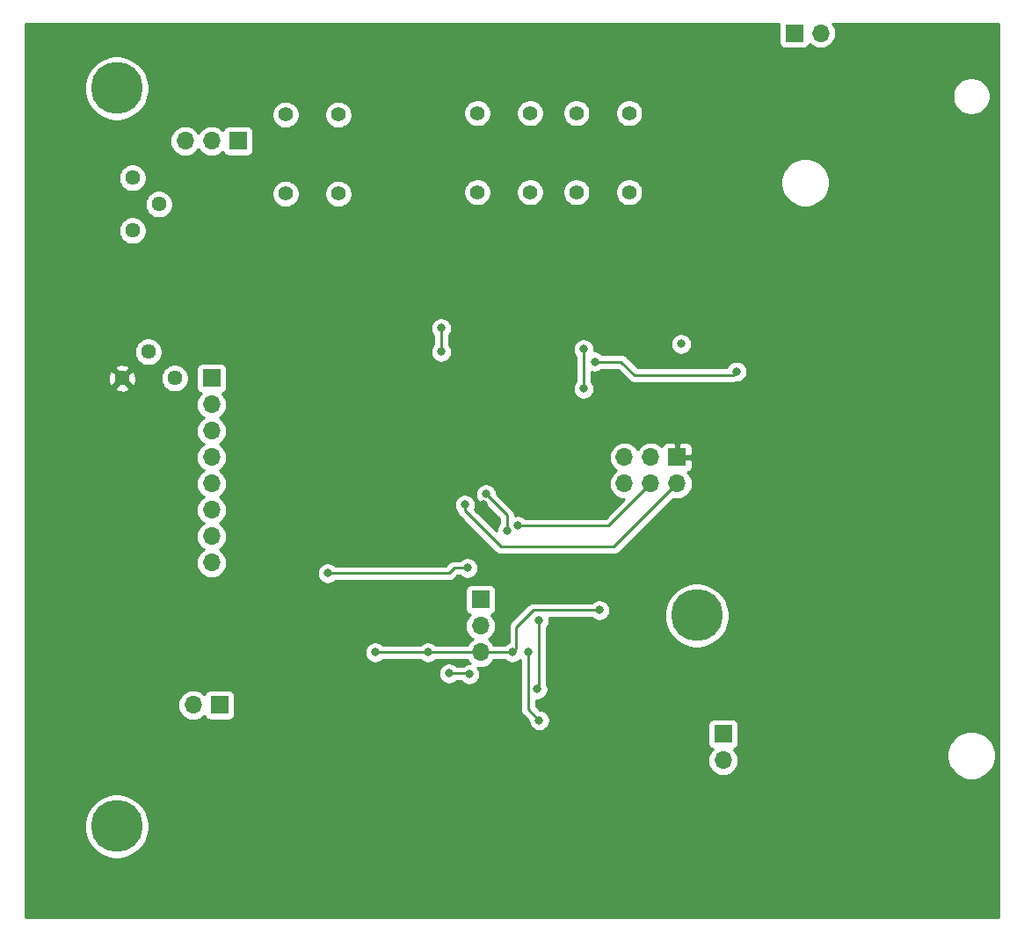
<source format=gbr>
G04 #@! TF.GenerationSoftware,KiCad,Pcbnew,5.1.4-e60b266~84~ubuntu16.04.1*
G04 #@! TF.CreationDate,2019-10-09T19:58:53-07:00*
G04 #@! TF.ProjectId,birdEar,62697264-4561-4722-9e6b-696361645f70,rev?*
G04 #@! TF.SameCoordinates,Original*
G04 #@! TF.FileFunction,Copper,L2,Bot*
G04 #@! TF.FilePolarity,Positive*
%FSLAX46Y46*%
G04 Gerber Fmt 4.6, Leading zero omitted, Abs format (unit mm)*
G04 Created by KiCad (PCBNEW 5.1.4-e60b266~84~ubuntu16.04.1) date 2019-10-09 19:58:53*
%MOMM*%
%LPD*%
G04 APERTURE LIST*
%ADD10O,1.700000X1.700000*%
%ADD11R,1.700000X1.700000*%
%ADD12C,1.440000*%
%ADD13C,1.397000*%
%ADD14C,0.800000*%
%ADD15C,5.000000*%
%ADD16C,0.250000*%
%ADD17C,0.254000*%
G04 APERTURE END LIST*
D10*
X125095000Y-124460000D03*
X125095000Y-121920000D03*
X127635000Y-124460000D03*
X127635000Y-121920000D03*
X130175000Y-124460000D03*
D11*
X130175000Y-121920000D03*
D10*
X134620000Y-151130000D03*
D11*
X134620000Y-148590000D03*
D12*
X77724000Y-100076000D03*
X80264000Y-97536000D03*
X77724000Y-94996000D03*
X76708000Y-114300000D03*
X79248000Y-111760000D03*
X81788000Y-114300000D03*
D11*
X87884000Y-91440000D03*
D10*
X85344000Y-91440000D03*
X82804000Y-91440000D03*
D11*
X85344000Y-114300000D03*
D10*
X85344000Y-116840000D03*
X85344000Y-119380000D03*
X85344000Y-121920000D03*
X85344000Y-124460000D03*
X85344000Y-127000000D03*
X85344000Y-129540000D03*
X85344000Y-132080000D03*
D11*
X86106000Y-145796000D03*
D10*
X83566000Y-145796000D03*
D13*
X92456000Y-88900000D03*
X97536000Y-88900000D03*
X92456000Y-96520000D03*
X97536000Y-96520000D03*
X116030000Y-96370000D03*
X110950000Y-96370000D03*
X116030000Y-88750000D03*
X110950000Y-88750000D03*
X120475000Y-88750000D03*
X125555000Y-88750000D03*
X120475000Y-96370000D03*
X125555000Y-96370000D03*
D11*
X141460000Y-81040000D03*
D10*
X144000000Y-81040000D03*
D11*
X111252000Y-135636000D03*
D10*
X111252000Y-138176000D03*
X111252000Y-140716000D03*
D14*
X129540000Y-83185000D03*
X130965000Y-83185000D03*
X132235000Y-84455000D03*
X125095000Y-107950000D03*
X112395000Y-109220000D03*
X109728000Y-109220000D03*
X104140000Y-109220000D03*
X96520000Y-109220000D03*
X94488000Y-110236000D03*
X94488000Y-116840000D03*
X94488000Y-121920000D03*
X100076000Y-127000000D03*
X105664000Y-127000000D03*
X111506000Y-126492000D03*
X112268000Y-120904000D03*
X112268000Y-115824000D03*
X75692000Y-117348000D03*
X69088000Y-113538000D03*
X81788000Y-102108000D03*
X122278000Y-139550000D03*
X122405000Y-142725000D03*
X122324000Y-145900000D03*
X104648000Y-145288000D03*
X125476000Y-147828000D03*
X133096000Y-120396000D03*
X136144000Y-105664000D03*
X134698500Y-120474500D03*
X98515000Y-109220000D03*
X92630000Y-128858000D03*
D15*
X132080000Y-137160000D03*
X76200000Y-86360000D03*
X76200000Y-157480000D03*
D14*
X114300000Y-140716000D03*
X111760000Y-125476000D03*
X113792000Y-129032000D03*
X101092000Y-140716000D03*
X106172000Y-140716000D03*
X107442000Y-109474000D03*
X107442000Y-111760000D03*
X121158000Y-111506000D03*
X121158000Y-115316000D03*
X130556000Y-110998000D03*
X122682000Y-136652000D03*
X122240000Y-112710000D03*
X135890000Y-113665000D03*
X108204000Y-142748000D03*
X110157500Y-142826500D03*
X116840000Y-137668000D03*
X116720500Y-144272000D03*
X116900000Y-147267500D03*
X115824000Y-140716000D03*
X109728000Y-126492000D03*
X109982000Y-132588000D03*
X96520000Y-133096000D03*
X114808000Y-128524000D03*
D16*
X111252000Y-140716000D02*
X114300000Y-140716000D01*
X114300000Y-140716000D02*
X114300000Y-140716000D01*
X111252000Y-140716000D02*
X106172000Y-140716000D01*
X101092000Y-140716000D02*
X101092000Y-140716000D01*
X106172000Y-140716000D02*
X101092000Y-140716000D01*
X113792000Y-128524000D02*
X113792000Y-129032000D01*
X113792000Y-127508000D02*
X113792000Y-128524000D01*
X111760000Y-125476000D02*
X113792000Y-127508000D01*
X107442000Y-109474000D02*
X107442000Y-111760000D01*
X121158000Y-111506000D02*
X121158000Y-115316000D01*
X114699999Y-140316001D02*
X114699999Y-138284001D01*
X114300000Y-140716000D02*
X114699999Y-140316001D01*
X114699999Y-138284001D02*
X116332000Y-136652000D01*
X116332000Y-136652000D02*
X122682000Y-136652000D01*
X122682000Y-136652000D02*
X122682000Y-136652000D01*
X122240000Y-112710000D02*
X124775000Y-112710000D01*
X126074001Y-114009001D02*
X135545999Y-114009001D01*
X124775000Y-112710000D02*
X126074001Y-114009001D01*
X135545999Y-114009001D02*
X135890000Y-113665000D01*
X135890000Y-113665000D02*
X135890000Y-113665000D01*
X110079000Y-142748000D02*
X110157500Y-142826500D01*
X108204000Y-142748000D02*
X110079000Y-142748000D01*
X116840000Y-144152500D02*
X116720500Y-144272000D01*
X116840000Y-137668000D02*
X116840000Y-144152500D01*
X115824000Y-146191500D02*
X116900000Y-147267500D01*
X115824000Y-140716000D02*
X115824000Y-146191500D01*
X124079000Y-130556000D02*
X130175000Y-124460000D01*
X113226315Y-130556000D02*
X114554000Y-130556000D01*
X109728000Y-127057685D02*
X113226315Y-130556000D01*
X109728000Y-126492000D02*
X109728000Y-127057685D01*
X114554000Y-130556000D02*
X124079000Y-130556000D01*
X96520000Y-133096000D02*
X96520000Y-133096000D01*
X108712000Y-132588000D02*
X108204000Y-133096000D01*
X109728000Y-132588000D02*
X108712000Y-132588000D01*
X108204000Y-133096000D02*
X96520000Y-133096000D01*
X123571000Y-128524000D02*
X127635000Y-124460000D01*
X114808000Y-128524000D02*
X123571000Y-128524000D01*
D17*
G36*
X139971928Y-80190000D02*
G01*
X139971928Y-81890000D01*
X139984188Y-82014482D01*
X140020498Y-82134180D01*
X140079463Y-82244494D01*
X140158815Y-82341185D01*
X140255506Y-82420537D01*
X140365820Y-82479502D01*
X140485518Y-82515812D01*
X140610000Y-82528072D01*
X142310000Y-82528072D01*
X142434482Y-82515812D01*
X142554180Y-82479502D01*
X142664494Y-82420537D01*
X142761185Y-82341185D01*
X142840537Y-82244494D01*
X142899502Y-82134180D01*
X142920393Y-82065313D01*
X142944866Y-82095134D01*
X143170986Y-82280706D01*
X143428966Y-82418599D01*
X143708889Y-82503513D01*
X143927050Y-82525000D01*
X144072950Y-82525000D01*
X144291111Y-82503513D01*
X144571034Y-82418599D01*
X144829014Y-82280706D01*
X145055134Y-82095134D01*
X145240706Y-81869014D01*
X145378599Y-81611034D01*
X145463513Y-81331111D01*
X145492185Y-81040000D01*
X145463513Y-80748889D01*
X145378599Y-80468966D01*
X145240706Y-80210986D01*
X145179987Y-80137000D01*
X161163000Y-80137000D01*
X161163000Y-166243000D01*
X67437000Y-166243000D01*
X67437000Y-157171229D01*
X73065000Y-157171229D01*
X73065000Y-157788771D01*
X73185476Y-158394446D01*
X73421799Y-158964979D01*
X73764886Y-159478446D01*
X74201554Y-159915114D01*
X74715021Y-160258201D01*
X75285554Y-160494524D01*
X75891229Y-160615000D01*
X76508771Y-160615000D01*
X77114446Y-160494524D01*
X77684979Y-160258201D01*
X78198446Y-159915114D01*
X78635114Y-159478446D01*
X78978201Y-158964979D01*
X79214524Y-158394446D01*
X79335000Y-157788771D01*
X79335000Y-157171229D01*
X79214524Y-156565554D01*
X78978201Y-155995021D01*
X78635114Y-155481554D01*
X78198446Y-155044886D01*
X77684979Y-154701799D01*
X77114446Y-154465476D01*
X76508771Y-154345000D01*
X75891229Y-154345000D01*
X75285554Y-154465476D01*
X74715021Y-154701799D01*
X74201554Y-155044886D01*
X73764886Y-155481554D01*
X73421799Y-155995021D01*
X73185476Y-156565554D01*
X73065000Y-157171229D01*
X67437000Y-157171229D01*
X67437000Y-151130000D01*
X133127815Y-151130000D01*
X133156487Y-151421111D01*
X133241401Y-151701034D01*
X133379294Y-151959014D01*
X133564866Y-152185134D01*
X133790986Y-152370706D01*
X134048966Y-152508599D01*
X134328889Y-152593513D01*
X134547050Y-152615000D01*
X134692950Y-152615000D01*
X134911111Y-152593513D01*
X135191034Y-152508599D01*
X135449014Y-152370706D01*
X135675134Y-152185134D01*
X135860706Y-151959014D01*
X135998599Y-151701034D01*
X136083513Y-151421111D01*
X136112185Y-151130000D01*
X136083513Y-150838889D01*
X135998599Y-150558966D01*
X135917671Y-150407560D01*
X156170000Y-150407560D01*
X156170000Y-150872440D01*
X156260694Y-151328387D01*
X156438595Y-151757879D01*
X156696868Y-152144412D01*
X157025588Y-152473132D01*
X157412121Y-152731405D01*
X157841613Y-152909306D01*
X158297560Y-153000000D01*
X158762440Y-153000000D01*
X159218387Y-152909306D01*
X159647879Y-152731405D01*
X160034412Y-152473132D01*
X160363132Y-152144412D01*
X160621405Y-151757879D01*
X160799306Y-151328387D01*
X160890000Y-150872440D01*
X160890000Y-150407560D01*
X160799306Y-149951613D01*
X160621405Y-149522121D01*
X160363132Y-149135588D01*
X160034412Y-148806868D01*
X159647879Y-148548595D01*
X159218387Y-148370694D01*
X158762440Y-148280000D01*
X158297560Y-148280000D01*
X157841613Y-148370694D01*
X157412121Y-148548595D01*
X157025588Y-148806868D01*
X156696868Y-149135588D01*
X156438595Y-149522121D01*
X156260694Y-149951613D01*
X156170000Y-150407560D01*
X135917671Y-150407560D01*
X135860706Y-150300986D01*
X135675134Y-150074866D01*
X135645313Y-150050393D01*
X135714180Y-150029502D01*
X135824494Y-149970537D01*
X135921185Y-149891185D01*
X136000537Y-149794494D01*
X136059502Y-149684180D01*
X136095812Y-149564482D01*
X136108072Y-149440000D01*
X136108072Y-147740000D01*
X136095812Y-147615518D01*
X136059502Y-147495820D01*
X136000537Y-147385506D01*
X135921185Y-147288815D01*
X135824494Y-147209463D01*
X135714180Y-147150498D01*
X135594482Y-147114188D01*
X135470000Y-147101928D01*
X133770000Y-147101928D01*
X133645518Y-147114188D01*
X133525820Y-147150498D01*
X133415506Y-147209463D01*
X133318815Y-147288815D01*
X133239463Y-147385506D01*
X133180498Y-147495820D01*
X133144188Y-147615518D01*
X133131928Y-147740000D01*
X133131928Y-149440000D01*
X133144188Y-149564482D01*
X133180498Y-149684180D01*
X133239463Y-149794494D01*
X133318815Y-149891185D01*
X133415506Y-149970537D01*
X133525820Y-150029502D01*
X133594687Y-150050393D01*
X133564866Y-150074866D01*
X133379294Y-150300986D01*
X133241401Y-150558966D01*
X133156487Y-150838889D01*
X133127815Y-151130000D01*
X67437000Y-151130000D01*
X67437000Y-145796000D01*
X82073815Y-145796000D01*
X82102487Y-146087111D01*
X82187401Y-146367034D01*
X82325294Y-146625014D01*
X82510866Y-146851134D01*
X82736986Y-147036706D01*
X82994966Y-147174599D01*
X83274889Y-147259513D01*
X83493050Y-147281000D01*
X83638950Y-147281000D01*
X83857111Y-147259513D01*
X84137034Y-147174599D01*
X84395014Y-147036706D01*
X84621134Y-146851134D01*
X84645607Y-146821313D01*
X84666498Y-146890180D01*
X84725463Y-147000494D01*
X84804815Y-147097185D01*
X84901506Y-147176537D01*
X85011820Y-147235502D01*
X85131518Y-147271812D01*
X85256000Y-147284072D01*
X86956000Y-147284072D01*
X87080482Y-147271812D01*
X87200180Y-147235502D01*
X87310494Y-147176537D01*
X87407185Y-147097185D01*
X87486537Y-147000494D01*
X87545502Y-146890180D01*
X87581812Y-146770482D01*
X87594072Y-146646000D01*
X87594072Y-144946000D01*
X87581812Y-144821518D01*
X87545502Y-144701820D01*
X87486537Y-144591506D01*
X87407185Y-144494815D01*
X87310494Y-144415463D01*
X87200180Y-144356498D01*
X87080482Y-144320188D01*
X86956000Y-144307928D01*
X85256000Y-144307928D01*
X85131518Y-144320188D01*
X85011820Y-144356498D01*
X84901506Y-144415463D01*
X84804815Y-144494815D01*
X84725463Y-144591506D01*
X84666498Y-144701820D01*
X84645607Y-144770687D01*
X84621134Y-144740866D01*
X84395014Y-144555294D01*
X84137034Y-144417401D01*
X83857111Y-144332487D01*
X83638950Y-144311000D01*
X83493050Y-144311000D01*
X83274889Y-144332487D01*
X82994966Y-144417401D01*
X82736986Y-144555294D01*
X82510866Y-144740866D01*
X82325294Y-144966986D01*
X82187401Y-145224966D01*
X82102487Y-145504889D01*
X82073815Y-145796000D01*
X67437000Y-145796000D01*
X67437000Y-140614061D01*
X100057000Y-140614061D01*
X100057000Y-140817939D01*
X100096774Y-141017898D01*
X100174795Y-141206256D01*
X100288063Y-141375774D01*
X100432226Y-141519937D01*
X100601744Y-141633205D01*
X100790102Y-141711226D01*
X100990061Y-141751000D01*
X101193939Y-141751000D01*
X101393898Y-141711226D01*
X101582256Y-141633205D01*
X101751774Y-141519937D01*
X101795711Y-141476000D01*
X105468289Y-141476000D01*
X105512226Y-141519937D01*
X105681744Y-141633205D01*
X105870102Y-141711226D01*
X106070061Y-141751000D01*
X106273939Y-141751000D01*
X106473898Y-141711226D01*
X106662256Y-141633205D01*
X106831774Y-141519937D01*
X106875711Y-141476000D01*
X109974405Y-141476000D01*
X110011294Y-141545014D01*
X110196866Y-141771134D01*
X110221682Y-141791500D01*
X110055561Y-141791500D01*
X109855602Y-141831274D01*
X109667244Y-141909295D01*
X109549453Y-141988000D01*
X108907711Y-141988000D01*
X108863774Y-141944063D01*
X108694256Y-141830795D01*
X108505898Y-141752774D01*
X108305939Y-141713000D01*
X108102061Y-141713000D01*
X107902102Y-141752774D01*
X107713744Y-141830795D01*
X107544226Y-141944063D01*
X107400063Y-142088226D01*
X107286795Y-142257744D01*
X107208774Y-142446102D01*
X107169000Y-142646061D01*
X107169000Y-142849939D01*
X107208774Y-143049898D01*
X107286795Y-143238256D01*
X107400063Y-143407774D01*
X107544226Y-143551937D01*
X107713744Y-143665205D01*
X107902102Y-143743226D01*
X108102061Y-143783000D01*
X108305939Y-143783000D01*
X108505898Y-143743226D01*
X108694256Y-143665205D01*
X108863774Y-143551937D01*
X108907711Y-143508000D01*
X109375289Y-143508000D01*
X109497726Y-143630437D01*
X109667244Y-143743705D01*
X109855602Y-143821726D01*
X110055561Y-143861500D01*
X110259439Y-143861500D01*
X110459398Y-143821726D01*
X110647756Y-143743705D01*
X110817274Y-143630437D01*
X110961437Y-143486274D01*
X111074705Y-143316756D01*
X111152726Y-143128398D01*
X111192500Y-142928439D01*
X111192500Y-142724561D01*
X111152726Y-142524602D01*
X111074705Y-142336244D01*
X110970621Y-142180472D01*
X111179050Y-142201000D01*
X111324950Y-142201000D01*
X111543111Y-142179513D01*
X111823034Y-142094599D01*
X112081014Y-141956706D01*
X112307134Y-141771134D01*
X112492706Y-141545014D01*
X112529595Y-141476000D01*
X113596289Y-141476000D01*
X113640226Y-141519937D01*
X113809744Y-141633205D01*
X113998102Y-141711226D01*
X114198061Y-141751000D01*
X114401939Y-141751000D01*
X114601898Y-141711226D01*
X114790256Y-141633205D01*
X114959774Y-141519937D01*
X115062000Y-141417711D01*
X115064000Y-141419711D01*
X115064001Y-146154168D01*
X115060324Y-146191500D01*
X115064001Y-146228833D01*
X115074998Y-146340486D01*
X115083051Y-146367034D01*
X115118454Y-146483746D01*
X115189026Y-146615776D01*
X115260201Y-146702502D01*
X115284000Y-146731501D01*
X115312998Y-146755299D01*
X115865000Y-147307302D01*
X115865000Y-147369439D01*
X115904774Y-147569398D01*
X115982795Y-147757756D01*
X116096063Y-147927274D01*
X116240226Y-148071437D01*
X116409744Y-148184705D01*
X116598102Y-148262726D01*
X116798061Y-148302500D01*
X117001939Y-148302500D01*
X117201898Y-148262726D01*
X117390256Y-148184705D01*
X117559774Y-148071437D01*
X117703937Y-147927274D01*
X117817205Y-147757756D01*
X117895226Y-147569398D01*
X117935000Y-147369439D01*
X117935000Y-147165561D01*
X117895226Y-146965602D01*
X117817205Y-146777244D01*
X117703937Y-146607726D01*
X117559774Y-146463563D01*
X117390256Y-146350295D01*
X117201898Y-146272274D01*
X117001939Y-146232500D01*
X116939802Y-146232500D01*
X116584000Y-145876699D01*
X116584000Y-145300125D01*
X116618561Y-145307000D01*
X116822439Y-145307000D01*
X117022398Y-145267226D01*
X117210756Y-145189205D01*
X117380274Y-145075937D01*
X117524437Y-144931774D01*
X117637705Y-144762256D01*
X117715726Y-144573898D01*
X117755500Y-144373939D01*
X117755500Y-144170061D01*
X117715726Y-143970102D01*
X117637705Y-143781744D01*
X117600000Y-143725314D01*
X117600000Y-138371711D01*
X117643937Y-138327774D01*
X117757205Y-138158256D01*
X117835226Y-137969898D01*
X117875000Y-137769939D01*
X117875000Y-137566061D01*
X117844356Y-137412000D01*
X121978289Y-137412000D01*
X122022226Y-137455937D01*
X122191744Y-137569205D01*
X122380102Y-137647226D01*
X122580061Y-137687000D01*
X122783939Y-137687000D01*
X122983898Y-137647226D01*
X123172256Y-137569205D01*
X123341774Y-137455937D01*
X123485937Y-137311774D01*
X123599205Y-137142256D01*
X123677226Y-136953898D01*
X123697647Y-136851229D01*
X128945000Y-136851229D01*
X128945000Y-137468771D01*
X129065476Y-138074446D01*
X129301799Y-138644979D01*
X129644886Y-139158446D01*
X130081554Y-139595114D01*
X130595021Y-139938201D01*
X131165554Y-140174524D01*
X131771229Y-140295000D01*
X132388771Y-140295000D01*
X132994446Y-140174524D01*
X133564979Y-139938201D01*
X134078446Y-139595114D01*
X134515114Y-139158446D01*
X134858201Y-138644979D01*
X135094524Y-138074446D01*
X135215000Y-137468771D01*
X135215000Y-136851229D01*
X135094524Y-136245554D01*
X134858201Y-135675021D01*
X134515114Y-135161554D01*
X134078446Y-134724886D01*
X133564979Y-134381799D01*
X132994446Y-134145476D01*
X132388771Y-134025000D01*
X131771229Y-134025000D01*
X131165554Y-134145476D01*
X130595021Y-134381799D01*
X130081554Y-134724886D01*
X129644886Y-135161554D01*
X129301799Y-135675021D01*
X129065476Y-136245554D01*
X128945000Y-136851229D01*
X123697647Y-136851229D01*
X123717000Y-136753939D01*
X123717000Y-136550061D01*
X123677226Y-136350102D01*
X123599205Y-136161744D01*
X123485937Y-135992226D01*
X123341774Y-135848063D01*
X123172256Y-135734795D01*
X122983898Y-135656774D01*
X122783939Y-135617000D01*
X122580061Y-135617000D01*
X122380102Y-135656774D01*
X122191744Y-135734795D01*
X122022226Y-135848063D01*
X121978289Y-135892000D01*
X116369323Y-135892000D01*
X116332000Y-135888324D01*
X116294677Y-135892000D01*
X116294667Y-135892000D01*
X116183014Y-135902997D01*
X116039753Y-135946454D01*
X115907723Y-136017026D01*
X115824083Y-136085668D01*
X115791999Y-136111999D01*
X115768201Y-136140997D01*
X114188997Y-137720202D01*
X114159999Y-137744000D01*
X114136201Y-137772998D01*
X114136200Y-137772999D01*
X114065025Y-137859725D01*
X113994453Y-137991755D01*
X113950997Y-138135016D01*
X113936323Y-138284001D01*
X113940000Y-138321333D01*
X113939999Y-139744841D01*
X113809744Y-139798795D01*
X113640226Y-139912063D01*
X113596289Y-139956000D01*
X112529595Y-139956000D01*
X112492706Y-139886986D01*
X112307134Y-139660866D01*
X112081014Y-139475294D01*
X112026209Y-139446000D01*
X112081014Y-139416706D01*
X112307134Y-139231134D01*
X112492706Y-139005014D01*
X112630599Y-138747034D01*
X112715513Y-138467111D01*
X112744185Y-138176000D01*
X112715513Y-137884889D01*
X112630599Y-137604966D01*
X112492706Y-137346986D01*
X112307134Y-137120866D01*
X112277313Y-137096393D01*
X112346180Y-137075502D01*
X112456494Y-137016537D01*
X112553185Y-136937185D01*
X112632537Y-136840494D01*
X112691502Y-136730180D01*
X112727812Y-136610482D01*
X112740072Y-136486000D01*
X112740072Y-134786000D01*
X112727812Y-134661518D01*
X112691502Y-134541820D01*
X112632537Y-134431506D01*
X112553185Y-134334815D01*
X112456494Y-134255463D01*
X112346180Y-134196498D01*
X112226482Y-134160188D01*
X112102000Y-134147928D01*
X110402000Y-134147928D01*
X110277518Y-134160188D01*
X110157820Y-134196498D01*
X110047506Y-134255463D01*
X109950815Y-134334815D01*
X109871463Y-134431506D01*
X109812498Y-134541820D01*
X109776188Y-134661518D01*
X109763928Y-134786000D01*
X109763928Y-136486000D01*
X109776188Y-136610482D01*
X109812498Y-136730180D01*
X109871463Y-136840494D01*
X109950815Y-136937185D01*
X110047506Y-137016537D01*
X110157820Y-137075502D01*
X110226687Y-137096393D01*
X110196866Y-137120866D01*
X110011294Y-137346986D01*
X109873401Y-137604966D01*
X109788487Y-137884889D01*
X109759815Y-138176000D01*
X109788487Y-138467111D01*
X109873401Y-138747034D01*
X110011294Y-139005014D01*
X110196866Y-139231134D01*
X110422986Y-139416706D01*
X110477791Y-139446000D01*
X110422986Y-139475294D01*
X110196866Y-139660866D01*
X110011294Y-139886986D01*
X109974405Y-139956000D01*
X106875711Y-139956000D01*
X106831774Y-139912063D01*
X106662256Y-139798795D01*
X106473898Y-139720774D01*
X106273939Y-139681000D01*
X106070061Y-139681000D01*
X105870102Y-139720774D01*
X105681744Y-139798795D01*
X105512226Y-139912063D01*
X105468289Y-139956000D01*
X101795711Y-139956000D01*
X101751774Y-139912063D01*
X101582256Y-139798795D01*
X101393898Y-139720774D01*
X101193939Y-139681000D01*
X100990061Y-139681000D01*
X100790102Y-139720774D01*
X100601744Y-139798795D01*
X100432226Y-139912063D01*
X100288063Y-140056226D01*
X100174795Y-140225744D01*
X100096774Y-140414102D01*
X100057000Y-140614061D01*
X67437000Y-140614061D01*
X67437000Y-116840000D01*
X83851815Y-116840000D01*
X83880487Y-117131111D01*
X83965401Y-117411034D01*
X84103294Y-117669014D01*
X84288866Y-117895134D01*
X84514986Y-118080706D01*
X84569791Y-118110000D01*
X84514986Y-118139294D01*
X84288866Y-118324866D01*
X84103294Y-118550986D01*
X83965401Y-118808966D01*
X83880487Y-119088889D01*
X83851815Y-119380000D01*
X83880487Y-119671111D01*
X83965401Y-119951034D01*
X84103294Y-120209014D01*
X84288866Y-120435134D01*
X84514986Y-120620706D01*
X84569791Y-120650000D01*
X84514986Y-120679294D01*
X84288866Y-120864866D01*
X84103294Y-121090986D01*
X83965401Y-121348966D01*
X83880487Y-121628889D01*
X83851815Y-121920000D01*
X83880487Y-122211111D01*
X83965401Y-122491034D01*
X84103294Y-122749014D01*
X84288866Y-122975134D01*
X84514986Y-123160706D01*
X84569791Y-123190000D01*
X84514986Y-123219294D01*
X84288866Y-123404866D01*
X84103294Y-123630986D01*
X83965401Y-123888966D01*
X83880487Y-124168889D01*
X83851815Y-124460000D01*
X83880487Y-124751111D01*
X83965401Y-125031034D01*
X84103294Y-125289014D01*
X84288866Y-125515134D01*
X84514986Y-125700706D01*
X84569791Y-125730000D01*
X84514986Y-125759294D01*
X84288866Y-125944866D01*
X84103294Y-126170986D01*
X83965401Y-126428966D01*
X83880487Y-126708889D01*
X83851815Y-127000000D01*
X83880487Y-127291111D01*
X83965401Y-127571034D01*
X84103294Y-127829014D01*
X84288866Y-128055134D01*
X84514986Y-128240706D01*
X84569791Y-128270000D01*
X84514986Y-128299294D01*
X84288866Y-128484866D01*
X84103294Y-128710986D01*
X83965401Y-128968966D01*
X83880487Y-129248889D01*
X83851815Y-129540000D01*
X83880487Y-129831111D01*
X83965401Y-130111034D01*
X84103294Y-130369014D01*
X84288866Y-130595134D01*
X84514986Y-130780706D01*
X84569791Y-130810000D01*
X84514986Y-130839294D01*
X84288866Y-131024866D01*
X84103294Y-131250986D01*
X83965401Y-131508966D01*
X83880487Y-131788889D01*
X83851815Y-132080000D01*
X83880487Y-132371111D01*
X83965401Y-132651034D01*
X84103294Y-132909014D01*
X84288866Y-133135134D01*
X84514986Y-133320706D01*
X84772966Y-133458599D01*
X85052889Y-133543513D01*
X85271050Y-133565000D01*
X85416950Y-133565000D01*
X85635111Y-133543513D01*
X85915034Y-133458599D01*
X86173014Y-133320706D01*
X86399134Y-133135134D01*
X86514909Y-132994061D01*
X95485000Y-132994061D01*
X95485000Y-133197939D01*
X95524774Y-133397898D01*
X95602795Y-133586256D01*
X95716063Y-133755774D01*
X95860226Y-133899937D01*
X96029744Y-134013205D01*
X96218102Y-134091226D01*
X96418061Y-134131000D01*
X96621939Y-134131000D01*
X96821898Y-134091226D01*
X97010256Y-134013205D01*
X97179774Y-133899937D01*
X97223711Y-133856000D01*
X108166678Y-133856000D01*
X108204000Y-133859676D01*
X108241322Y-133856000D01*
X108241333Y-133856000D01*
X108352986Y-133845003D01*
X108496247Y-133801546D01*
X108628276Y-133730974D01*
X108744001Y-133636001D01*
X108767803Y-133606998D01*
X109026802Y-133348000D01*
X109278289Y-133348000D01*
X109322226Y-133391937D01*
X109491744Y-133505205D01*
X109680102Y-133583226D01*
X109880061Y-133623000D01*
X110083939Y-133623000D01*
X110283898Y-133583226D01*
X110472256Y-133505205D01*
X110641774Y-133391937D01*
X110785937Y-133247774D01*
X110899205Y-133078256D01*
X110977226Y-132889898D01*
X111017000Y-132689939D01*
X111017000Y-132486061D01*
X110977226Y-132286102D01*
X110899205Y-132097744D01*
X110785937Y-131928226D01*
X110641774Y-131784063D01*
X110472256Y-131670795D01*
X110283898Y-131592774D01*
X110083939Y-131553000D01*
X109880061Y-131553000D01*
X109680102Y-131592774D01*
X109491744Y-131670795D01*
X109322226Y-131784063D01*
X109278289Y-131828000D01*
X108749322Y-131828000D01*
X108711999Y-131824324D01*
X108674676Y-131828000D01*
X108674667Y-131828000D01*
X108563014Y-131838997D01*
X108419753Y-131882454D01*
X108287724Y-131953026D01*
X108171999Y-132047999D01*
X108148200Y-132076998D01*
X107889199Y-132336000D01*
X97223711Y-132336000D01*
X97179774Y-132292063D01*
X97010256Y-132178795D01*
X96821898Y-132100774D01*
X96621939Y-132061000D01*
X96418061Y-132061000D01*
X96218102Y-132100774D01*
X96029744Y-132178795D01*
X95860226Y-132292063D01*
X95716063Y-132436226D01*
X95602795Y-132605744D01*
X95524774Y-132794102D01*
X95485000Y-132994061D01*
X86514909Y-132994061D01*
X86584706Y-132909014D01*
X86722599Y-132651034D01*
X86807513Y-132371111D01*
X86836185Y-132080000D01*
X86807513Y-131788889D01*
X86722599Y-131508966D01*
X86584706Y-131250986D01*
X86399134Y-131024866D01*
X86173014Y-130839294D01*
X86118209Y-130810000D01*
X86173014Y-130780706D01*
X86399134Y-130595134D01*
X86584706Y-130369014D01*
X86722599Y-130111034D01*
X86807513Y-129831111D01*
X86836185Y-129540000D01*
X86807513Y-129248889D01*
X86722599Y-128968966D01*
X86584706Y-128710986D01*
X86399134Y-128484866D01*
X86173014Y-128299294D01*
X86118209Y-128270000D01*
X86173014Y-128240706D01*
X86399134Y-128055134D01*
X86584706Y-127829014D01*
X86722599Y-127571034D01*
X86807513Y-127291111D01*
X86836185Y-127000000D01*
X86807513Y-126708889D01*
X86722599Y-126428966D01*
X86701804Y-126390061D01*
X108693000Y-126390061D01*
X108693000Y-126593939D01*
X108732774Y-126793898D01*
X108810795Y-126982256D01*
X108924063Y-127151774D01*
X108979013Y-127206724D01*
X109022454Y-127349932D01*
X109047037Y-127395921D01*
X109093026Y-127481961D01*
X109131445Y-127528774D01*
X109188000Y-127597686D01*
X109216998Y-127621484D01*
X112662516Y-131067003D01*
X112686314Y-131096001D01*
X112715312Y-131119799D01*
X112802039Y-131190974D01*
X112934068Y-131261546D01*
X113077329Y-131305003D01*
X113226315Y-131319677D01*
X113263648Y-131316000D01*
X124041678Y-131316000D01*
X124079000Y-131319676D01*
X124116322Y-131316000D01*
X124116333Y-131316000D01*
X124227986Y-131305003D01*
X124371247Y-131261546D01*
X124503276Y-131190974D01*
X124619001Y-131096001D01*
X124642804Y-131066997D01*
X129809005Y-125900797D01*
X129883889Y-125923513D01*
X130102050Y-125945000D01*
X130247950Y-125945000D01*
X130466111Y-125923513D01*
X130746034Y-125838599D01*
X131004014Y-125700706D01*
X131230134Y-125515134D01*
X131415706Y-125289014D01*
X131553599Y-125031034D01*
X131638513Y-124751111D01*
X131667185Y-124460000D01*
X131638513Y-124168889D01*
X131553599Y-123888966D01*
X131415706Y-123630986D01*
X131230134Y-123404866D01*
X131200313Y-123380393D01*
X131269180Y-123359502D01*
X131379494Y-123300537D01*
X131476185Y-123221185D01*
X131555537Y-123124494D01*
X131614502Y-123014180D01*
X131650812Y-122894482D01*
X131663072Y-122770000D01*
X131660000Y-122205750D01*
X131501250Y-122047000D01*
X130302000Y-122047000D01*
X130302000Y-122067000D01*
X130048000Y-122067000D01*
X130048000Y-122047000D01*
X130028000Y-122047000D01*
X130028000Y-121793000D01*
X130048000Y-121793000D01*
X130048000Y-120593750D01*
X130302000Y-120593750D01*
X130302000Y-121793000D01*
X131501250Y-121793000D01*
X131660000Y-121634250D01*
X131663072Y-121070000D01*
X131650812Y-120945518D01*
X131614502Y-120825820D01*
X131555537Y-120715506D01*
X131476185Y-120618815D01*
X131379494Y-120539463D01*
X131269180Y-120480498D01*
X131149482Y-120444188D01*
X131025000Y-120431928D01*
X130460750Y-120435000D01*
X130302000Y-120593750D01*
X130048000Y-120593750D01*
X129889250Y-120435000D01*
X129325000Y-120431928D01*
X129200518Y-120444188D01*
X129080820Y-120480498D01*
X128970506Y-120539463D01*
X128873815Y-120618815D01*
X128794463Y-120715506D01*
X128735498Y-120825820D01*
X128714607Y-120894687D01*
X128690134Y-120864866D01*
X128464014Y-120679294D01*
X128206034Y-120541401D01*
X127926111Y-120456487D01*
X127707950Y-120435000D01*
X127562050Y-120435000D01*
X127343889Y-120456487D01*
X127063966Y-120541401D01*
X126805986Y-120679294D01*
X126579866Y-120864866D01*
X126394294Y-121090986D01*
X126365000Y-121145791D01*
X126335706Y-121090986D01*
X126150134Y-120864866D01*
X125924014Y-120679294D01*
X125666034Y-120541401D01*
X125386111Y-120456487D01*
X125167950Y-120435000D01*
X125022050Y-120435000D01*
X124803889Y-120456487D01*
X124523966Y-120541401D01*
X124265986Y-120679294D01*
X124039866Y-120864866D01*
X123854294Y-121090986D01*
X123716401Y-121348966D01*
X123631487Y-121628889D01*
X123602815Y-121920000D01*
X123631487Y-122211111D01*
X123716401Y-122491034D01*
X123854294Y-122749014D01*
X124039866Y-122975134D01*
X124265986Y-123160706D01*
X124320791Y-123190000D01*
X124265986Y-123219294D01*
X124039866Y-123404866D01*
X123854294Y-123630986D01*
X123716401Y-123888966D01*
X123631487Y-124168889D01*
X123602815Y-124460000D01*
X123631487Y-124751111D01*
X123716401Y-125031034D01*
X123854294Y-125289014D01*
X124039866Y-125515134D01*
X124265986Y-125700706D01*
X124523966Y-125838599D01*
X124803889Y-125923513D01*
X125022050Y-125945000D01*
X125075198Y-125945000D01*
X123256199Y-127764000D01*
X115511711Y-127764000D01*
X115467774Y-127720063D01*
X115298256Y-127606795D01*
X115109898Y-127528774D01*
X114909939Y-127489000D01*
X114706061Y-127489000D01*
X114554580Y-127519131D01*
X114555676Y-127508000D01*
X114552000Y-127470677D01*
X114552000Y-127470667D01*
X114541003Y-127359014D01*
X114497546Y-127215753D01*
X114426974Y-127083723D01*
X114355799Y-126996997D01*
X114332001Y-126967999D01*
X114303004Y-126944202D01*
X112795000Y-125436199D01*
X112795000Y-125374061D01*
X112755226Y-125174102D01*
X112677205Y-124985744D01*
X112563937Y-124816226D01*
X112419774Y-124672063D01*
X112250256Y-124558795D01*
X112061898Y-124480774D01*
X111861939Y-124441000D01*
X111658061Y-124441000D01*
X111458102Y-124480774D01*
X111269744Y-124558795D01*
X111100226Y-124672063D01*
X110956063Y-124816226D01*
X110842795Y-124985744D01*
X110764774Y-125174102D01*
X110725000Y-125374061D01*
X110725000Y-125577939D01*
X110764774Y-125777898D01*
X110842795Y-125966256D01*
X110956063Y-126135774D01*
X111100226Y-126279937D01*
X111269744Y-126393205D01*
X111458102Y-126471226D01*
X111658061Y-126511000D01*
X111720199Y-126511000D01*
X113032000Y-127822802D01*
X113032001Y-128328288D01*
X112988063Y-128372226D01*
X112874795Y-128541744D01*
X112796774Y-128730102D01*
X112757000Y-128930061D01*
X112757000Y-129011883D01*
X110669271Y-126924155D01*
X110723226Y-126793898D01*
X110763000Y-126593939D01*
X110763000Y-126390061D01*
X110723226Y-126190102D01*
X110645205Y-126001744D01*
X110531937Y-125832226D01*
X110387774Y-125688063D01*
X110218256Y-125574795D01*
X110029898Y-125496774D01*
X109829939Y-125457000D01*
X109626061Y-125457000D01*
X109426102Y-125496774D01*
X109237744Y-125574795D01*
X109068226Y-125688063D01*
X108924063Y-125832226D01*
X108810795Y-126001744D01*
X108732774Y-126190102D01*
X108693000Y-126390061D01*
X86701804Y-126390061D01*
X86584706Y-126170986D01*
X86399134Y-125944866D01*
X86173014Y-125759294D01*
X86118209Y-125730000D01*
X86173014Y-125700706D01*
X86399134Y-125515134D01*
X86584706Y-125289014D01*
X86722599Y-125031034D01*
X86807513Y-124751111D01*
X86836185Y-124460000D01*
X86807513Y-124168889D01*
X86722599Y-123888966D01*
X86584706Y-123630986D01*
X86399134Y-123404866D01*
X86173014Y-123219294D01*
X86118209Y-123190000D01*
X86173014Y-123160706D01*
X86399134Y-122975134D01*
X86584706Y-122749014D01*
X86722599Y-122491034D01*
X86807513Y-122211111D01*
X86836185Y-121920000D01*
X86807513Y-121628889D01*
X86722599Y-121348966D01*
X86584706Y-121090986D01*
X86399134Y-120864866D01*
X86173014Y-120679294D01*
X86118209Y-120650000D01*
X86173014Y-120620706D01*
X86399134Y-120435134D01*
X86584706Y-120209014D01*
X86722599Y-119951034D01*
X86807513Y-119671111D01*
X86836185Y-119380000D01*
X86807513Y-119088889D01*
X86722599Y-118808966D01*
X86584706Y-118550986D01*
X86399134Y-118324866D01*
X86173014Y-118139294D01*
X86118209Y-118110000D01*
X86173014Y-118080706D01*
X86399134Y-117895134D01*
X86584706Y-117669014D01*
X86722599Y-117411034D01*
X86807513Y-117131111D01*
X86836185Y-116840000D01*
X86807513Y-116548889D01*
X86722599Y-116268966D01*
X86584706Y-116010986D01*
X86399134Y-115784866D01*
X86369313Y-115760393D01*
X86438180Y-115739502D01*
X86548494Y-115680537D01*
X86645185Y-115601185D01*
X86724537Y-115504494D01*
X86783502Y-115394180D01*
X86819812Y-115274482D01*
X86832072Y-115150000D01*
X86832072Y-113450000D01*
X86819812Y-113325518D01*
X86783502Y-113205820D01*
X86724537Y-113095506D01*
X86645185Y-112998815D01*
X86548494Y-112919463D01*
X86438180Y-112860498D01*
X86318482Y-112824188D01*
X86194000Y-112811928D01*
X84494000Y-112811928D01*
X84369518Y-112824188D01*
X84249820Y-112860498D01*
X84139506Y-112919463D01*
X84042815Y-112998815D01*
X83963463Y-113095506D01*
X83904498Y-113205820D01*
X83868188Y-113325518D01*
X83855928Y-113450000D01*
X83855928Y-115150000D01*
X83868188Y-115274482D01*
X83904498Y-115394180D01*
X83963463Y-115504494D01*
X84042815Y-115601185D01*
X84139506Y-115680537D01*
X84249820Y-115739502D01*
X84318687Y-115760393D01*
X84288866Y-115784866D01*
X84103294Y-116010986D01*
X83965401Y-116268966D01*
X83880487Y-116548889D01*
X83851815Y-116840000D01*
X67437000Y-116840000D01*
X67437000Y-115235560D01*
X75952045Y-115235560D01*
X76013932Y-115471368D01*
X76255790Y-115584266D01*
X76515027Y-115647811D01*
X76781680Y-115659561D01*
X77045501Y-115619063D01*
X77296353Y-115527875D01*
X77402068Y-115471368D01*
X77463955Y-115235560D01*
X76708000Y-114479605D01*
X75952045Y-115235560D01*
X67437000Y-115235560D01*
X67437000Y-114373680D01*
X75348439Y-114373680D01*
X75388937Y-114637501D01*
X75480125Y-114888353D01*
X75536632Y-114994068D01*
X75772440Y-115055955D01*
X76528395Y-114300000D01*
X76887605Y-114300000D01*
X77643560Y-115055955D01*
X77879368Y-114994068D01*
X77992266Y-114752210D01*
X78055811Y-114492973D01*
X78067561Y-114226320D01*
X78058386Y-114166544D01*
X80433000Y-114166544D01*
X80433000Y-114433456D01*
X80485072Y-114695239D01*
X80587215Y-114941833D01*
X80735503Y-115163762D01*
X80924238Y-115352497D01*
X81146167Y-115500785D01*
X81392761Y-115602928D01*
X81654544Y-115655000D01*
X81921456Y-115655000D01*
X82183239Y-115602928D01*
X82429833Y-115500785D01*
X82651762Y-115352497D01*
X82840497Y-115163762D01*
X82988785Y-114941833D01*
X83090928Y-114695239D01*
X83143000Y-114433456D01*
X83143000Y-114166544D01*
X83090928Y-113904761D01*
X82988785Y-113658167D01*
X82840497Y-113436238D01*
X82651762Y-113247503D01*
X82429833Y-113099215D01*
X82183239Y-112997072D01*
X81921456Y-112945000D01*
X81654544Y-112945000D01*
X81392761Y-112997072D01*
X81146167Y-113099215D01*
X80924238Y-113247503D01*
X80735503Y-113436238D01*
X80587215Y-113658167D01*
X80485072Y-113904761D01*
X80433000Y-114166544D01*
X78058386Y-114166544D01*
X78027063Y-113962499D01*
X77935875Y-113711647D01*
X77879368Y-113605932D01*
X77643560Y-113544045D01*
X76887605Y-114300000D01*
X76528395Y-114300000D01*
X75772440Y-113544045D01*
X75536632Y-113605932D01*
X75423734Y-113847790D01*
X75360189Y-114107027D01*
X75348439Y-114373680D01*
X67437000Y-114373680D01*
X67437000Y-113364440D01*
X75952045Y-113364440D01*
X76708000Y-114120395D01*
X77463955Y-113364440D01*
X77402068Y-113128632D01*
X77160210Y-113015734D01*
X76900973Y-112952189D01*
X76634320Y-112940439D01*
X76370499Y-112980937D01*
X76119647Y-113072125D01*
X76013932Y-113128632D01*
X75952045Y-113364440D01*
X67437000Y-113364440D01*
X67437000Y-111626544D01*
X77893000Y-111626544D01*
X77893000Y-111893456D01*
X77945072Y-112155239D01*
X78047215Y-112401833D01*
X78195503Y-112623762D01*
X78384238Y-112812497D01*
X78606167Y-112960785D01*
X78852761Y-113062928D01*
X79114544Y-113115000D01*
X79381456Y-113115000D01*
X79643239Y-113062928D01*
X79889833Y-112960785D01*
X80111762Y-112812497D01*
X80300497Y-112623762D01*
X80448785Y-112401833D01*
X80550928Y-112155239D01*
X80603000Y-111893456D01*
X80603000Y-111626544D01*
X80550928Y-111364761D01*
X80448785Y-111118167D01*
X80300497Y-110896238D01*
X80111762Y-110707503D01*
X79889833Y-110559215D01*
X79643239Y-110457072D01*
X79381456Y-110405000D01*
X79114544Y-110405000D01*
X78852761Y-110457072D01*
X78606167Y-110559215D01*
X78384238Y-110707503D01*
X78195503Y-110896238D01*
X78047215Y-111118167D01*
X77945072Y-111364761D01*
X77893000Y-111626544D01*
X67437000Y-111626544D01*
X67437000Y-109372061D01*
X106407000Y-109372061D01*
X106407000Y-109575939D01*
X106446774Y-109775898D01*
X106524795Y-109964256D01*
X106638063Y-110133774D01*
X106682000Y-110177711D01*
X106682001Y-111056288D01*
X106638063Y-111100226D01*
X106524795Y-111269744D01*
X106446774Y-111458102D01*
X106407000Y-111658061D01*
X106407000Y-111861939D01*
X106446774Y-112061898D01*
X106524795Y-112250256D01*
X106638063Y-112419774D01*
X106782226Y-112563937D01*
X106951744Y-112677205D01*
X107140102Y-112755226D01*
X107340061Y-112795000D01*
X107543939Y-112795000D01*
X107743898Y-112755226D01*
X107932256Y-112677205D01*
X108101774Y-112563937D01*
X108245937Y-112419774D01*
X108359205Y-112250256D01*
X108437226Y-112061898D01*
X108477000Y-111861939D01*
X108477000Y-111658061D01*
X108437226Y-111458102D01*
X108414842Y-111404061D01*
X120123000Y-111404061D01*
X120123000Y-111607939D01*
X120162774Y-111807898D01*
X120240795Y-111996256D01*
X120354063Y-112165774D01*
X120398000Y-112209711D01*
X120398001Y-114612288D01*
X120354063Y-114656226D01*
X120240795Y-114825744D01*
X120162774Y-115014102D01*
X120123000Y-115214061D01*
X120123000Y-115417939D01*
X120162774Y-115617898D01*
X120240795Y-115806256D01*
X120354063Y-115975774D01*
X120498226Y-116119937D01*
X120667744Y-116233205D01*
X120856102Y-116311226D01*
X121056061Y-116351000D01*
X121259939Y-116351000D01*
X121459898Y-116311226D01*
X121648256Y-116233205D01*
X121817774Y-116119937D01*
X121961937Y-115975774D01*
X122075205Y-115806256D01*
X122153226Y-115617898D01*
X122193000Y-115417939D01*
X122193000Y-115214061D01*
X122153226Y-115014102D01*
X122075205Y-114825744D01*
X121961937Y-114656226D01*
X121918000Y-114612289D01*
X121918000Y-113696899D01*
X121938102Y-113705226D01*
X122138061Y-113745000D01*
X122341939Y-113745000D01*
X122541898Y-113705226D01*
X122730256Y-113627205D01*
X122899774Y-113513937D01*
X122943711Y-113470000D01*
X124460199Y-113470000D01*
X125510202Y-114520004D01*
X125534000Y-114549002D01*
X125649725Y-114643975D01*
X125781754Y-114714547D01*
X125925015Y-114758004D01*
X126036668Y-114769001D01*
X126036678Y-114769001D01*
X126074001Y-114772677D01*
X126111324Y-114769001D01*
X135508677Y-114769001D01*
X135545999Y-114772677D01*
X135583321Y-114769001D01*
X135583332Y-114769001D01*
X135694985Y-114758004D01*
X135838246Y-114714547D01*
X135865461Y-114700000D01*
X135991939Y-114700000D01*
X136191898Y-114660226D01*
X136380256Y-114582205D01*
X136549774Y-114468937D01*
X136693937Y-114324774D01*
X136807205Y-114155256D01*
X136885226Y-113966898D01*
X136925000Y-113766939D01*
X136925000Y-113563061D01*
X136885226Y-113363102D01*
X136807205Y-113174744D01*
X136693937Y-113005226D01*
X136549774Y-112861063D01*
X136380256Y-112747795D01*
X136191898Y-112669774D01*
X135991939Y-112630000D01*
X135788061Y-112630000D01*
X135588102Y-112669774D01*
X135399744Y-112747795D01*
X135230226Y-112861063D01*
X135086063Y-113005226D01*
X134972795Y-113174744D01*
X134942037Y-113249001D01*
X126388803Y-113249001D01*
X125338804Y-112199003D01*
X125315001Y-112169999D01*
X125199276Y-112075026D01*
X125067247Y-112004454D01*
X124923986Y-111960997D01*
X124812333Y-111950000D01*
X124812322Y-111950000D01*
X124775000Y-111946324D01*
X124737678Y-111950000D01*
X122943711Y-111950000D01*
X122899774Y-111906063D01*
X122730256Y-111792795D01*
X122541898Y-111714774D01*
X122341939Y-111675000D01*
X122179661Y-111675000D01*
X122193000Y-111607939D01*
X122193000Y-111404061D01*
X122153226Y-111204102D01*
X122075205Y-111015744D01*
X121995236Y-110896061D01*
X129521000Y-110896061D01*
X129521000Y-111099939D01*
X129560774Y-111299898D01*
X129638795Y-111488256D01*
X129752063Y-111657774D01*
X129896226Y-111801937D01*
X130065744Y-111915205D01*
X130254102Y-111993226D01*
X130454061Y-112033000D01*
X130657939Y-112033000D01*
X130857898Y-111993226D01*
X131046256Y-111915205D01*
X131215774Y-111801937D01*
X131359937Y-111657774D01*
X131473205Y-111488256D01*
X131551226Y-111299898D01*
X131591000Y-111099939D01*
X131591000Y-110896061D01*
X131551226Y-110696102D01*
X131473205Y-110507744D01*
X131359937Y-110338226D01*
X131215774Y-110194063D01*
X131046256Y-110080795D01*
X130857898Y-110002774D01*
X130657939Y-109963000D01*
X130454061Y-109963000D01*
X130254102Y-110002774D01*
X130065744Y-110080795D01*
X129896226Y-110194063D01*
X129752063Y-110338226D01*
X129638795Y-110507744D01*
X129560774Y-110696102D01*
X129521000Y-110896061D01*
X121995236Y-110896061D01*
X121961937Y-110846226D01*
X121817774Y-110702063D01*
X121648256Y-110588795D01*
X121459898Y-110510774D01*
X121259939Y-110471000D01*
X121056061Y-110471000D01*
X120856102Y-110510774D01*
X120667744Y-110588795D01*
X120498226Y-110702063D01*
X120354063Y-110846226D01*
X120240795Y-111015744D01*
X120162774Y-111204102D01*
X120123000Y-111404061D01*
X108414842Y-111404061D01*
X108359205Y-111269744D01*
X108245937Y-111100226D01*
X108202000Y-111056289D01*
X108202000Y-110177711D01*
X108245937Y-110133774D01*
X108359205Y-109964256D01*
X108437226Y-109775898D01*
X108477000Y-109575939D01*
X108477000Y-109372061D01*
X108437226Y-109172102D01*
X108359205Y-108983744D01*
X108245937Y-108814226D01*
X108101774Y-108670063D01*
X107932256Y-108556795D01*
X107743898Y-108478774D01*
X107543939Y-108439000D01*
X107340061Y-108439000D01*
X107140102Y-108478774D01*
X106951744Y-108556795D01*
X106782226Y-108670063D01*
X106638063Y-108814226D01*
X106524795Y-108983744D01*
X106446774Y-109172102D01*
X106407000Y-109372061D01*
X67437000Y-109372061D01*
X67437000Y-99942544D01*
X76369000Y-99942544D01*
X76369000Y-100209456D01*
X76421072Y-100471239D01*
X76523215Y-100717833D01*
X76671503Y-100939762D01*
X76860238Y-101128497D01*
X77082167Y-101276785D01*
X77328761Y-101378928D01*
X77590544Y-101431000D01*
X77857456Y-101431000D01*
X78119239Y-101378928D01*
X78365833Y-101276785D01*
X78587762Y-101128497D01*
X78776497Y-100939762D01*
X78924785Y-100717833D01*
X79026928Y-100471239D01*
X79079000Y-100209456D01*
X79079000Y-99942544D01*
X79026928Y-99680761D01*
X78924785Y-99434167D01*
X78776497Y-99212238D01*
X78587762Y-99023503D01*
X78365833Y-98875215D01*
X78119239Y-98773072D01*
X77857456Y-98721000D01*
X77590544Y-98721000D01*
X77328761Y-98773072D01*
X77082167Y-98875215D01*
X76860238Y-99023503D01*
X76671503Y-99212238D01*
X76523215Y-99434167D01*
X76421072Y-99680761D01*
X76369000Y-99942544D01*
X67437000Y-99942544D01*
X67437000Y-97402544D01*
X78909000Y-97402544D01*
X78909000Y-97669456D01*
X78961072Y-97931239D01*
X79063215Y-98177833D01*
X79211503Y-98399762D01*
X79400238Y-98588497D01*
X79622167Y-98736785D01*
X79868761Y-98838928D01*
X80130544Y-98891000D01*
X80397456Y-98891000D01*
X80659239Y-98838928D01*
X80905833Y-98736785D01*
X81127762Y-98588497D01*
X81316497Y-98399762D01*
X81464785Y-98177833D01*
X81566928Y-97931239D01*
X81619000Y-97669456D01*
X81619000Y-97402544D01*
X81566928Y-97140761D01*
X81464785Y-96894167D01*
X81316497Y-96672238D01*
X81127762Y-96483503D01*
X80985823Y-96388662D01*
X91122500Y-96388662D01*
X91122500Y-96651338D01*
X91173746Y-96908968D01*
X91274268Y-97151649D01*
X91420203Y-97370057D01*
X91605943Y-97555797D01*
X91824351Y-97701732D01*
X92067032Y-97802254D01*
X92324662Y-97853500D01*
X92587338Y-97853500D01*
X92844968Y-97802254D01*
X93087649Y-97701732D01*
X93306057Y-97555797D01*
X93491797Y-97370057D01*
X93637732Y-97151649D01*
X93738254Y-96908968D01*
X93789500Y-96651338D01*
X93789500Y-96388662D01*
X96202500Y-96388662D01*
X96202500Y-96651338D01*
X96253746Y-96908968D01*
X96354268Y-97151649D01*
X96500203Y-97370057D01*
X96685943Y-97555797D01*
X96904351Y-97701732D01*
X97147032Y-97802254D01*
X97404662Y-97853500D01*
X97667338Y-97853500D01*
X97924968Y-97802254D01*
X98167649Y-97701732D01*
X98386057Y-97555797D01*
X98571797Y-97370057D01*
X98717732Y-97151649D01*
X98818254Y-96908968D01*
X98869500Y-96651338D01*
X98869500Y-96388662D01*
X98839664Y-96238662D01*
X109616500Y-96238662D01*
X109616500Y-96501338D01*
X109667746Y-96758968D01*
X109768268Y-97001649D01*
X109914203Y-97220057D01*
X110099943Y-97405797D01*
X110318351Y-97551732D01*
X110561032Y-97652254D01*
X110818662Y-97703500D01*
X111081338Y-97703500D01*
X111338968Y-97652254D01*
X111581649Y-97551732D01*
X111800057Y-97405797D01*
X111985797Y-97220057D01*
X112131732Y-97001649D01*
X112232254Y-96758968D01*
X112283500Y-96501338D01*
X112283500Y-96238662D01*
X114696500Y-96238662D01*
X114696500Y-96501338D01*
X114747746Y-96758968D01*
X114848268Y-97001649D01*
X114994203Y-97220057D01*
X115179943Y-97405797D01*
X115398351Y-97551732D01*
X115641032Y-97652254D01*
X115898662Y-97703500D01*
X116161338Y-97703500D01*
X116418968Y-97652254D01*
X116661649Y-97551732D01*
X116880057Y-97405797D01*
X117065797Y-97220057D01*
X117211732Y-97001649D01*
X117312254Y-96758968D01*
X117363500Y-96501338D01*
X117363500Y-96238662D01*
X119141500Y-96238662D01*
X119141500Y-96501338D01*
X119192746Y-96758968D01*
X119293268Y-97001649D01*
X119439203Y-97220057D01*
X119624943Y-97405797D01*
X119843351Y-97551732D01*
X120086032Y-97652254D01*
X120343662Y-97703500D01*
X120606338Y-97703500D01*
X120863968Y-97652254D01*
X121106649Y-97551732D01*
X121325057Y-97405797D01*
X121510797Y-97220057D01*
X121656732Y-97001649D01*
X121757254Y-96758968D01*
X121808500Y-96501338D01*
X121808500Y-96238662D01*
X124221500Y-96238662D01*
X124221500Y-96501338D01*
X124272746Y-96758968D01*
X124373268Y-97001649D01*
X124519203Y-97220057D01*
X124704943Y-97405797D01*
X124923351Y-97551732D01*
X125166032Y-97652254D01*
X125423662Y-97703500D01*
X125686338Y-97703500D01*
X125943968Y-97652254D01*
X126186649Y-97551732D01*
X126405057Y-97405797D01*
X126590797Y-97220057D01*
X126736732Y-97001649D01*
X126837254Y-96758968D01*
X126888500Y-96501338D01*
X126888500Y-96238662D01*
X126837254Y-95981032D01*
X126736732Y-95738351D01*
X126590797Y-95519943D01*
X126405057Y-95334203D01*
X126215522Y-95207560D01*
X140170000Y-95207560D01*
X140170000Y-95672440D01*
X140260694Y-96128387D01*
X140438595Y-96557879D01*
X140696868Y-96944412D01*
X141025588Y-97273132D01*
X141412121Y-97531405D01*
X141841613Y-97709306D01*
X142297560Y-97800000D01*
X142762440Y-97800000D01*
X143218387Y-97709306D01*
X143647879Y-97531405D01*
X144034412Y-97273132D01*
X144363132Y-96944412D01*
X144621405Y-96557879D01*
X144799306Y-96128387D01*
X144890000Y-95672440D01*
X144890000Y-95207560D01*
X144799306Y-94751613D01*
X144621405Y-94322121D01*
X144363132Y-93935588D01*
X144034412Y-93606868D01*
X143647879Y-93348595D01*
X143218387Y-93170694D01*
X142762440Y-93080000D01*
X142297560Y-93080000D01*
X141841613Y-93170694D01*
X141412121Y-93348595D01*
X141025588Y-93606868D01*
X140696868Y-93935588D01*
X140438595Y-94322121D01*
X140260694Y-94751613D01*
X140170000Y-95207560D01*
X126215522Y-95207560D01*
X126186649Y-95188268D01*
X125943968Y-95087746D01*
X125686338Y-95036500D01*
X125423662Y-95036500D01*
X125166032Y-95087746D01*
X124923351Y-95188268D01*
X124704943Y-95334203D01*
X124519203Y-95519943D01*
X124373268Y-95738351D01*
X124272746Y-95981032D01*
X124221500Y-96238662D01*
X121808500Y-96238662D01*
X121757254Y-95981032D01*
X121656732Y-95738351D01*
X121510797Y-95519943D01*
X121325057Y-95334203D01*
X121106649Y-95188268D01*
X120863968Y-95087746D01*
X120606338Y-95036500D01*
X120343662Y-95036500D01*
X120086032Y-95087746D01*
X119843351Y-95188268D01*
X119624943Y-95334203D01*
X119439203Y-95519943D01*
X119293268Y-95738351D01*
X119192746Y-95981032D01*
X119141500Y-96238662D01*
X117363500Y-96238662D01*
X117312254Y-95981032D01*
X117211732Y-95738351D01*
X117065797Y-95519943D01*
X116880057Y-95334203D01*
X116661649Y-95188268D01*
X116418968Y-95087746D01*
X116161338Y-95036500D01*
X115898662Y-95036500D01*
X115641032Y-95087746D01*
X115398351Y-95188268D01*
X115179943Y-95334203D01*
X114994203Y-95519943D01*
X114848268Y-95738351D01*
X114747746Y-95981032D01*
X114696500Y-96238662D01*
X112283500Y-96238662D01*
X112232254Y-95981032D01*
X112131732Y-95738351D01*
X111985797Y-95519943D01*
X111800057Y-95334203D01*
X111581649Y-95188268D01*
X111338968Y-95087746D01*
X111081338Y-95036500D01*
X110818662Y-95036500D01*
X110561032Y-95087746D01*
X110318351Y-95188268D01*
X110099943Y-95334203D01*
X109914203Y-95519943D01*
X109768268Y-95738351D01*
X109667746Y-95981032D01*
X109616500Y-96238662D01*
X98839664Y-96238662D01*
X98818254Y-96131032D01*
X98717732Y-95888351D01*
X98571797Y-95669943D01*
X98386057Y-95484203D01*
X98167649Y-95338268D01*
X97924968Y-95237746D01*
X97667338Y-95186500D01*
X97404662Y-95186500D01*
X97147032Y-95237746D01*
X96904351Y-95338268D01*
X96685943Y-95484203D01*
X96500203Y-95669943D01*
X96354268Y-95888351D01*
X96253746Y-96131032D01*
X96202500Y-96388662D01*
X93789500Y-96388662D01*
X93738254Y-96131032D01*
X93637732Y-95888351D01*
X93491797Y-95669943D01*
X93306057Y-95484203D01*
X93087649Y-95338268D01*
X92844968Y-95237746D01*
X92587338Y-95186500D01*
X92324662Y-95186500D01*
X92067032Y-95237746D01*
X91824351Y-95338268D01*
X91605943Y-95484203D01*
X91420203Y-95669943D01*
X91274268Y-95888351D01*
X91173746Y-96131032D01*
X91122500Y-96388662D01*
X80985823Y-96388662D01*
X80905833Y-96335215D01*
X80659239Y-96233072D01*
X80397456Y-96181000D01*
X80130544Y-96181000D01*
X79868761Y-96233072D01*
X79622167Y-96335215D01*
X79400238Y-96483503D01*
X79211503Y-96672238D01*
X79063215Y-96894167D01*
X78961072Y-97140761D01*
X78909000Y-97402544D01*
X67437000Y-97402544D01*
X67437000Y-94862544D01*
X76369000Y-94862544D01*
X76369000Y-95129456D01*
X76421072Y-95391239D01*
X76523215Y-95637833D01*
X76671503Y-95859762D01*
X76860238Y-96048497D01*
X77082167Y-96196785D01*
X77328761Y-96298928D01*
X77590544Y-96351000D01*
X77857456Y-96351000D01*
X78119239Y-96298928D01*
X78365833Y-96196785D01*
X78587762Y-96048497D01*
X78776497Y-95859762D01*
X78924785Y-95637833D01*
X79026928Y-95391239D01*
X79079000Y-95129456D01*
X79079000Y-94862544D01*
X79026928Y-94600761D01*
X78924785Y-94354167D01*
X78776497Y-94132238D01*
X78587762Y-93943503D01*
X78365833Y-93795215D01*
X78119239Y-93693072D01*
X77857456Y-93641000D01*
X77590544Y-93641000D01*
X77328761Y-93693072D01*
X77082167Y-93795215D01*
X76860238Y-93943503D01*
X76671503Y-94132238D01*
X76523215Y-94354167D01*
X76421072Y-94600761D01*
X76369000Y-94862544D01*
X67437000Y-94862544D01*
X67437000Y-91440000D01*
X81311815Y-91440000D01*
X81340487Y-91731111D01*
X81425401Y-92011034D01*
X81563294Y-92269014D01*
X81748866Y-92495134D01*
X81974986Y-92680706D01*
X82232966Y-92818599D01*
X82512889Y-92903513D01*
X82731050Y-92925000D01*
X82876950Y-92925000D01*
X83095111Y-92903513D01*
X83375034Y-92818599D01*
X83633014Y-92680706D01*
X83859134Y-92495134D01*
X84044706Y-92269014D01*
X84074000Y-92214209D01*
X84103294Y-92269014D01*
X84288866Y-92495134D01*
X84514986Y-92680706D01*
X84772966Y-92818599D01*
X85052889Y-92903513D01*
X85271050Y-92925000D01*
X85416950Y-92925000D01*
X85635111Y-92903513D01*
X85915034Y-92818599D01*
X86173014Y-92680706D01*
X86399134Y-92495134D01*
X86423607Y-92465313D01*
X86444498Y-92534180D01*
X86503463Y-92644494D01*
X86582815Y-92741185D01*
X86679506Y-92820537D01*
X86789820Y-92879502D01*
X86909518Y-92915812D01*
X87034000Y-92928072D01*
X88734000Y-92928072D01*
X88858482Y-92915812D01*
X88978180Y-92879502D01*
X89088494Y-92820537D01*
X89185185Y-92741185D01*
X89264537Y-92644494D01*
X89323502Y-92534180D01*
X89359812Y-92414482D01*
X89372072Y-92290000D01*
X89372072Y-90590000D01*
X89359812Y-90465518D01*
X89323502Y-90345820D01*
X89264537Y-90235506D01*
X89185185Y-90138815D01*
X89088494Y-90059463D01*
X88978180Y-90000498D01*
X88858482Y-89964188D01*
X88734000Y-89951928D01*
X87034000Y-89951928D01*
X86909518Y-89964188D01*
X86789820Y-90000498D01*
X86679506Y-90059463D01*
X86582815Y-90138815D01*
X86503463Y-90235506D01*
X86444498Y-90345820D01*
X86423607Y-90414687D01*
X86399134Y-90384866D01*
X86173014Y-90199294D01*
X85915034Y-90061401D01*
X85635111Y-89976487D01*
X85416950Y-89955000D01*
X85271050Y-89955000D01*
X85052889Y-89976487D01*
X84772966Y-90061401D01*
X84514986Y-90199294D01*
X84288866Y-90384866D01*
X84103294Y-90610986D01*
X84074000Y-90665791D01*
X84044706Y-90610986D01*
X83859134Y-90384866D01*
X83633014Y-90199294D01*
X83375034Y-90061401D01*
X83095111Y-89976487D01*
X82876950Y-89955000D01*
X82731050Y-89955000D01*
X82512889Y-89976487D01*
X82232966Y-90061401D01*
X81974986Y-90199294D01*
X81748866Y-90384866D01*
X81563294Y-90610986D01*
X81425401Y-90868966D01*
X81340487Y-91148889D01*
X81311815Y-91440000D01*
X67437000Y-91440000D01*
X67437000Y-86051229D01*
X73065000Y-86051229D01*
X73065000Y-86668771D01*
X73185476Y-87274446D01*
X73421799Y-87844979D01*
X73764886Y-88358446D01*
X74201554Y-88795114D01*
X74715021Y-89138201D01*
X75285554Y-89374524D01*
X75891229Y-89495000D01*
X76508771Y-89495000D01*
X77114446Y-89374524D01*
X77684979Y-89138201D01*
X78198446Y-88795114D01*
X78224898Y-88768662D01*
X91122500Y-88768662D01*
X91122500Y-89031338D01*
X91173746Y-89288968D01*
X91274268Y-89531649D01*
X91420203Y-89750057D01*
X91605943Y-89935797D01*
X91824351Y-90081732D01*
X92067032Y-90182254D01*
X92324662Y-90233500D01*
X92587338Y-90233500D01*
X92844968Y-90182254D01*
X93087649Y-90081732D01*
X93306057Y-89935797D01*
X93491797Y-89750057D01*
X93637732Y-89531649D01*
X93738254Y-89288968D01*
X93789500Y-89031338D01*
X93789500Y-88768662D01*
X96202500Y-88768662D01*
X96202500Y-89031338D01*
X96253746Y-89288968D01*
X96354268Y-89531649D01*
X96500203Y-89750057D01*
X96685943Y-89935797D01*
X96904351Y-90081732D01*
X97147032Y-90182254D01*
X97404662Y-90233500D01*
X97667338Y-90233500D01*
X97924968Y-90182254D01*
X98167649Y-90081732D01*
X98386057Y-89935797D01*
X98571797Y-89750057D01*
X98717732Y-89531649D01*
X98818254Y-89288968D01*
X98869500Y-89031338D01*
X98869500Y-88768662D01*
X98839664Y-88618662D01*
X109616500Y-88618662D01*
X109616500Y-88881338D01*
X109667746Y-89138968D01*
X109768268Y-89381649D01*
X109914203Y-89600057D01*
X110099943Y-89785797D01*
X110318351Y-89931732D01*
X110561032Y-90032254D01*
X110818662Y-90083500D01*
X111081338Y-90083500D01*
X111338968Y-90032254D01*
X111581649Y-89931732D01*
X111800057Y-89785797D01*
X111985797Y-89600057D01*
X112131732Y-89381649D01*
X112232254Y-89138968D01*
X112283500Y-88881338D01*
X112283500Y-88618662D01*
X114696500Y-88618662D01*
X114696500Y-88881338D01*
X114747746Y-89138968D01*
X114848268Y-89381649D01*
X114994203Y-89600057D01*
X115179943Y-89785797D01*
X115398351Y-89931732D01*
X115641032Y-90032254D01*
X115898662Y-90083500D01*
X116161338Y-90083500D01*
X116418968Y-90032254D01*
X116661649Y-89931732D01*
X116880057Y-89785797D01*
X117065797Y-89600057D01*
X117211732Y-89381649D01*
X117312254Y-89138968D01*
X117363500Y-88881338D01*
X117363500Y-88618662D01*
X119141500Y-88618662D01*
X119141500Y-88881338D01*
X119192746Y-89138968D01*
X119293268Y-89381649D01*
X119439203Y-89600057D01*
X119624943Y-89785797D01*
X119843351Y-89931732D01*
X120086032Y-90032254D01*
X120343662Y-90083500D01*
X120606338Y-90083500D01*
X120863968Y-90032254D01*
X121106649Y-89931732D01*
X121325057Y-89785797D01*
X121510797Y-89600057D01*
X121656732Y-89381649D01*
X121757254Y-89138968D01*
X121808500Y-88881338D01*
X121808500Y-88618662D01*
X124221500Y-88618662D01*
X124221500Y-88881338D01*
X124272746Y-89138968D01*
X124373268Y-89381649D01*
X124519203Y-89600057D01*
X124704943Y-89785797D01*
X124923351Y-89931732D01*
X125166032Y-90032254D01*
X125423662Y-90083500D01*
X125686338Y-90083500D01*
X125943968Y-90032254D01*
X126186649Y-89931732D01*
X126405057Y-89785797D01*
X126590797Y-89600057D01*
X126736732Y-89381649D01*
X126837254Y-89138968D01*
X126888500Y-88881338D01*
X126888500Y-88618662D01*
X126837254Y-88361032D01*
X126736732Y-88118351D01*
X126590797Y-87899943D01*
X126405057Y-87714203D01*
X126186649Y-87568268D01*
X125943968Y-87467746D01*
X125686338Y-87416500D01*
X125423662Y-87416500D01*
X125166032Y-87467746D01*
X124923351Y-87568268D01*
X124704943Y-87714203D01*
X124519203Y-87899943D01*
X124373268Y-88118351D01*
X124272746Y-88361032D01*
X124221500Y-88618662D01*
X121808500Y-88618662D01*
X121757254Y-88361032D01*
X121656732Y-88118351D01*
X121510797Y-87899943D01*
X121325057Y-87714203D01*
X121106649Y-87568268D01*
X120863968Y-87467746D01*
X120606338Y-87416500D01*
X120343662Y-87416500D01*
X120086032Y-87467746D01*
X119843351Y-87568268D01*
X119624943Y-87714203D01*
X119439203Y-87899943D01*
X119293268Y-88118351D01*
X119192746Y-88361032D01*
X119141500Y-88618662D01*
X117363500Y-88618662D01*
X117312254Y-88361032D01*
X117211732Y-88118351D01*
X117065797Y-87899943D01*
X116880057Y-87714203D01*
X116661649Y-87568268D01*
X116418968Y-87467746D01*
X116161338Y-87416500D01*
X115898662Y-87416500D01*
X115641032Y-87467746D01*
X115398351Y-87568268D01*
X115179943Y-87714203D01*
X114994203Y-87899943D01*
X114848268Y-88118351D01*
X114747746Y-88361032D01*
X114696500Y-88618662D01*
X112283500Y-88618662D01*
X112232254Y-88361032D01*
X112131732Y-88118351D01*
X111985797Y-87899943D01*
X111800057Y-87714203D01*
X111581649Y-87568268D01*
X111338968Y-87467746D01*
X111081338Y-87416500D01*
X110818662Y-87416500D01*
X110561032Y-87467746D01*
X110318351Y-87568268D01*
X110099943Y-87714203D01*
X109914203Y-87899943D01*
X109768268Y-88118351D01*
X109667746Y-88361032D01*
X109616500Y-88618662D01*
X98839664Y-88618662D01*
X98818254Y-88511032D01*
X98717732Y-88268351D01*
X98571797Y-88049943D01*
X98386057Y-87864203D01*
X98167649Y-87718268D01*
X97924968Y-87617746D01*
X97667338Y-87566500D01*
X97404662Y-87566500D01*
X97147032Y-87617746D01*
X96904351Y-87718268D01*
X96685943Y-87864203D01*
X96500203Y-88049943D01*
X96354268Y-88268351D01*
X96253746Y-88511032D01*
X96202500Y-88768662D01*
X93789500Y-88768662D01*
X93738254Y-88511032D01*
X93637732Y-88268351D01*
X93491797Y-88049943D01*
X93306057Y-87864203D01*
X93087649Y-87718268D01*
X92844968Y-87617746D01*
X92587338Y-87566500D01*
X92324662Y-87566500D01*
X92067032Y-87617746D01*
X91824351Y-87718268D01*
X91605943Y-87864203D01*
X91420203Y-88049943D01*
X91274268Y-88268351D01*
X91173746Y-88511032D01*
X91122500Y-88768662D01*
X78224898Y-88768662D01*
X78635114Y-88358446D01*
X78978201Y-87844979D01*
X79214524Y-87274446D01*
X79283085Y-86929761D01*
X156700000Y-86929761D01*
X156700000Y-87290239D01*
X156770325Y-87643791D01*
X156908275Y-87976830D01*
X157108546Y-88276557D01*
X157363443Y-88531454D01*
X157663170Y-88731725D01*
X157996209Y-88869675D01*
X158349761Y-88940000D01*
X158710239Y-88940000D01*
X159063791Y-88869675D01*
X159396830Y-88731725D01*
X159696557Y-88531454D01*
X159951454Y-88276557D01*
X160151725Y-87976830D01*
X160289675Y-87643791D01*
X160360000Y-87290239D01*
X160360000Y-86929761D01*
X160289675Y-86576209D01*
X160151725Y-86243170D01*
X159951454Y-85943443D01*
X159696557Y-85688546D01*
X159396830Y-85488275D01*
X159063791Y-85350325D01*
X158710239Y-85280000D01*
X158349761Y-85280000D01*
X157996209Y-85350325D01*
X157663170Y-85488275D01*
X157363443Y-85688546D01*
X157108546Y-85943443D01*
X156908275Y-86243170D01*
X156770325Y-86576209D01*
X156700000Y-86929761D01*
X79283085Y-86929761D01*
X79335000Y-86668771D01*
X79335000Y-86051229D01*
X79214524Y-85445554D01*
X78978201Y-84875021D01*
X78635114Y-84361554D01*
X78198446Y-83924886D01*
X77684979Y-83581799D01*
X77114446Y-83345476D01*
X76508771Y-83225000D01*
X75891229Y-83225000D01*
X75285554Y-83345476D01*
X74715021Y-83581799D01*
X74201554Y-83924886D01*
X73764886Y-84361554D01*
X73421799Y-84875021D01*
X73185476Y-85445554D01*
X73065000Y-86051229D01*
X67437000Y-86051229D01*
X67437000Y-80137000D01*
X139977148Y-80137000D01*
X139971928Y-80190000D01*
X139971928Y-80190000D01*
G37*
X139971928Y-80190000D02*
X139971928Y-81890000D01*
X139984188Y-82014482D01*
X140020498Y-82134180D01*
X140079463Y-82244494D01*
X140158815Y-82341185D01*
X140255506Y-82420537D01*
X140365820Y-82479502D01*
X140485518Y-82515812D01*
X140610000Y-82528072D01*
X142310000Y-82528072D01*
X142434482Y-82515812D01*
X142554180Y-82479502D01*
X142664494Y-82420537D01*
X142761185Y-82341185D01*
X142840537Y-82244494D01*
X142899502Y-82134180D01*
X142920393Y-82065313D01*
X142944866Y-82095134D01*
X143170986Y-82280706D01*
X143428966Y-82418599D01*
X143708889Y-82503513D01*
X143927050Y-82525000D01*
X144072950Y-82525000D01*
X144291111Y-82503513D01*
X144571034Y-82418599D01*
X144829014Y-82280706D01*
X145055134Y-82095134D01*
X145240706Y-81869014D01*
X145378599Y-81611034D01*
X145463513Y-81331111D01*
X145492185Y-81040000D01*
X145463513Y-80748889D01*
X145378599Y-80468966D01*
X145240706Y-80210986D01*
X145179987Y-80137000D01*
X161163000Y-80137000D01*
X161163000Y-166243000D01*
X67437000Y-166243000D01*
X67437000Y-157171229D01*
X73065000Y-157171229D01*
X73065000Y-157788771D01*
X73185476Y-158394446D01*
X73421799Y-158964979D01*
X73764886Y-159478446D01*
X74201554Y-159915114D01*
X74715021Y-160258201D01*
X75285554Y-160494524D01*
X75891229Y-160615000D01*
X76508771Y-160615000D01*
X77114446Y-160494524D01*
X77684979Y-160258201D01*
X78198446Y-159915114D01*
X78635114Y-159478446D01*
X78978201Y-158964979D01*
X79214524Y-158394446D01*
X79335000Y-157788771D01*
X79335000Y-157171229D01*
X79214524Y-156565554D01*
X78978201Y-155995021D01*
X78635114Y-155481554D01*
X78198446Y-155044886D01*
X77684979Y-154701799D01*
X77114446Y-154465476D01*
X76508771Y-154345000D01*
X75891229Y-154345000D01*
X75285554Y-154465476D01*
X74715021Y-154701799D01*
X74201554Y-155044886D01*
X73764886Y-155481554D01*
X73421799Y-155995021D01*
X73185476Y-156565554D01*
X73065000Y-157171229D01*
X67437000Y-157171229D01*
X67437000Y-151130000D01*
X133127815Y-151130000D01*
X133156487Y-151421111D01*
X133241401Y-151701034D01*
X133379294Y-151959014D01*
X133564866Y-152185134D01*
X133790986Y-152370706D01*
X134048966Y-152508599D01*
X134328889Y-152593513D01*
X134547050Y-152615000D01*
X134692950Y-152615000D01*
X134911111Y-152593513D01*
X135191034Y-152508599D01*
X135449014Y-152370706D01*
X135675134Y-152185134D01*
X135860706Y-151959014D01*
X135998599Y-151701034D01*
X136083513Y-151421111D01*
X136112185Y-151130000D01*
X136083513Y-150838889D01*
X135998599Y-150558966D01*
X135917671Y-150407560D01*
X156170000Y-150407560D01*
X156170000Y-150872440D01*
X156260694Y-151328387D01*
X156438595Y-151757879D01*
X156696868Y-152144412D01*
X157025588Y-152473132D01*
X157412121Y-152731405D01*
X157841613Y-152909306D01*
X158297560Y-153000000D01*
X158762440Y-153000000D01*
X159218387Y-152909306D01*
X159647879Y-152731405D01*
X160034412Y-152473132D01*
X160363132Y-152144412D01*
X160621405Y-151757879D01*
X160799306Y-151328387D01*
X160890000Y-150872440D01*
X160890000Y-150407560D01*
X160799306Y-149951613D01*
X160621405Y-149522121D01*
X160363132Y-149135588D01*
X160034412Y-148806868D01*
X159647879Y-148548595D01*
X159218387Y-148370694D01*
X158762440Y-148280000D01*
X158297560Y-148280000D01*
X157841613Y-148370694D01*
X157412121Y-148548595D01*
X157025588Y-148806868D01*
X156696868Y-149135588D01*
X156438595Y-149522121D01*
X156260694Y-149951613D01*
X156170000Y-150407560D01*
X135917671Y-150407560D01*
X135860706Y-150300986D01*
X135675134Y-150074866D01*
X135645313Y-150050393D01*
X135714180Y-150029502D01*
X135824494Y-149970537D01*
X135921185Y-149891185D01*
X136000537Y-149794494D01*
X136059502Y-149684180D01*
X136095812Y-149564482D01*
X136108072Y-149440000D01*
X136108072Y-147740000D01*
X136095812Y-147615518D01*
X136059502Y-147495820D01*
X136000537Y-147385506D01*
X135921185Y-147288815D01*
X135824494Y-147209463D01*
X135714180Y-147150498D01*
X135594482Y-147114188D01*
X135470000Y-147101928D01*
X133770000Y-147101928D01*
X133645518Y-147114188D01*
X133525820Y-147150498D01*
X133415506Y-147209463D01*
X133318815Y-147288815D01*
X133239463Y-147385506D01*
X133180498Y-147495820D01*
X133144188Y-147615518D01*
X133131928Y-147740000D01*
X133131928Y-149440000D01*
X133144188Y-149564482D01*
X133180498Y-149684180D01*
X133239463Y-149794494D01*
X133318815Y-149891185D01*
X133415506Y-149970537D01*
X133525820Y-150029502D01*
X133594687Y-150050393D01*
X133564866Y-150074866D01*
X133379294Y-150300986D01*
X133241401Y-150558966D01*
X133156487Y-150838889D01*
X133127815Y-151130000D01*
X67437000Y-151130000D01*
X67437000Y-145796000D01*
X82073815Y-145796000D01*
X82102487Y-146087111D01*
X82187401Y-146367034D01*
X82325294Y-146625014D01*
X82510866Y-146851134D01*
X82736986Y-147036706D01*
X82994966Y-147174599D01*
X83274889Y-147259513D01*
X83493050Y-147281000D01*
X83638950Y-147281000D01*
X83857111Y-147259513D01*
X84137034Y-147174599D01*
X84395014Y-147036706D01*
X84621134Y-146851134D01*
X84645607Y-146821313D01*
X84666498Y-146890180D01*
X84725463Y-147000494D01*
X84804815Y-147097185D01*
X84901506Y-147176537D01*
X85011820Y-147235502D01*
X85131518Y-147271812D01*
X85256000Y-147284072D01*
X86956000Y-147284072D01*
X87080482Y-147271812D01*
X87200180Y-147235502D01*
X87310494Y-147176537D01*
X87407185Y-147097185D01*
X87486537Y-147000494D01*
X87545502Y-146890180D01*
X87581812Y-146770482D01*
X87594072Y-146646000D01*
X87594072Y-144946000D01*
X87581812Y-144821518D01*
X87545502Y-144701820D01*
X87486537Y-144591506D01*
X87407185Y-144494815D01*
X87310494Y-144415463D01*
X87200180Y-144356498D01*
X87080482Y-144320188D01*
X86956000Y-144307928D01*
X85256000Y-144307928D01*
X85131518Y-144320188D01*
X85011820Y-144356498D01*
X84901506Y-144415463D01*
X84804815Y-144494815D01*
X84725463Y-144591506D01*
X84666498Y-144701820D01*
X84645607Y-144770687D01*
X84621134Y-144740866D01*
X84395014Y-144555294D01*
X84137034Y-144417401D01*
X83857111Y-144332487D01*
X83638950Y-144311000D01*
X83493050Y-144311000D01*
X83274889Y-144332487D01*
X82994966Y-144417401D01*
X82736986Y-144555294D01*
X82510866Y-144740866D01*
X82325294Y-144966986D01*
X82187401Y-145224966D01*
X82102487Y-145504889D01*
X82073815Y-145796000D01*
X67437000Y-145796000D01*
X67437000Y-140614061D01*
X100057000Y-140614061D01*
X100057000Y-140817939D01*
X100096774Y-141017898D01*
X100174795Y-141206256D01*
X100288063Y-141375774D01*
X100432226Y-141519937D01*
X100601744Y-141633205D01*
X100790102Y-141711226D01*
X100990061Y-141751000D01*
X101193939Y-141751000D01*
X101393898Y-141711226D01*
X101582256Y-141633205D01*
X101751774Y-141519937D01*
X101795711Y-141476000D01*
X105468289Y-141476000D01*
X105512226Y-141519937D01*
X105681744Y-141633205D01*
X105870102Y-141711226D01*
X106070061Y-141751000D01*
X106273939Y-141751000D01*
X106473898Y-141711226D01*
X106662256Y-141633205D01*
X106831774Y-141519937D01*
X106875711Y-141476000D01*
X109974405Y-141476000D01*
X110011294Y-141545014D01*
X110196866Y-141771134D01*
X110221682Y-141791500D01*
X110055561Y-141791500D01*
X109855602Y-141831274D01*
X109667244Y-141909295D01*
X109549453Y-141988000D01*
X108907711Y-141988000D01*
X108863774Y-141944063D01*
X108694256Y-141830795D01*
X108505898Y-141752774D01*
X108305939Y-141713000D01*
X108102061Y-141713000D01*
X107902102Y-141752774D01*
X107713744Y-141830795D01*
X107544226Y-141944063D01*
X107400063Y-142088226D01*
X107286795Y-142257744D01*
X107208774Y-142446102D01*
X107169000Y-142646061D01*
X107169000Y-142849939D01*
X107208774Y-143049898D01*
X107286795Y-143238256D01*
X107400063Y-143407774D01*
X107544226Y-143551937D01*
X107713744Y-143665205D01*
X107902102Y-143743226D01*
X108102061Y-143783000D01*
X108305939Y-143783000D01*
X108505898Y-143743226D01*
X108694256Y-143665205D01*
X108863774Y-143551937D01*
X108907711Y-143508000D01*
X109375289Y-143508000D01*
X109497726Y-143630437D01*
X109667244Y-143743705D01*
X109855602Y-143821726D01*
X110055561Y-143861500D01*
X110259439Y-143861500D01*
X110459398Y-143821726D01*
X110647756Y-143743705D01*
X110817274Y-143630437D01*
X110961437Y-143486274D01*
X111074705Y-143316756D01*
X111152726Y-143128398D01*
X111192500Y-142928439D01*
X111192500Y-142724561D01*
X111152726Y-142524602D01*
X111074705Y-142336244D01*
X110970621Y-142180472D01*
X111179050Y-142201000D01*
X111324950Y-142201000D01*
X111543111Y-142179513D01*
X111823034Y-142094599D01*
X112081014Y-141956706D01*
X112307134Y-141771134D01*
X112492706Y-141545014D01*
X112529595Y-141476000D01*
X113596289Y-141476000D01*
X113640226Y-141519937D01*
X113809744Y-141633205D01*
X113998102Y-141711226D01*
X114198061Y-141751000D01*
X114401939Y-141751000D01*
X114601898Y-141711226D01*
X114790256Y-141633205D01*
X114959774Y-141519937D01*
X115062000Y-141417711D01*
X115064000Y-141419711D01*
X115064001Y-146154168D01*
X115060324Y-146191500D01*
X115064001Y-146228833D01*
X115074998Y-146340486D01*
X115083051Y-146367034D01*
X115118454Y-146483746D01*
X115189026Y-146615776D01*
X115260201Y-146702502D01*
X115284000Y-146731501D01*
X115312998Y-146755299D01*
X115865000Y-147307302D01*
X115865000Y-147369439D01*
X115904774Y-147569398D01*
X115982795Y-147757756D01*
X116096063Y-147927274D01*
X116240226Y-148071437D01*
X116409744Y-148184705D01*
X116598102Y-148262726D01*
X116798061Y-148302500D01*
X117001939Y-148302500D01*
X117201898Y-148262726D01*
X117390256Y-148184705D01*
X117559774Y-148071437D01*
X117703937Y-147927274D01*
X117817205Y-147757756D01*
X117895226Y-147569398D01*
X117935000Y-147369439D01*
X117935000Y-147165561D01*
X117895226Y-146965602D01*
X117817205Y-146777244D01*
X117703937Y-146607726D01*
X117559774Y-146463563D01*
X117390256Y-146350295D01*
X117201898Y-146272274D01*
X117001939Y-146232500D01*
X116939802Y-146232500D01*
X116584000Y-145876699D01*
X116584000Y-145300125D01*
X116618561Y-145307000D01*
X116822439Y-145307000D01*
X117022398Y-145267226D01*
X117210756Y-145189205D01*
X117380274Y-145075937D01*
X117524437Y-144931774D01*
X117637705Y-144762256D01*
X117715726Y-144573898D01*
X117755500Y-144373939D01*
X117755500Y-144170061D01*
X117715726Y-143970102D01*
X117637705Y-143781744D01*
X117600000Y-143725314D01*
X117600000Y-138371711D01*
X117643937Y-138327774D01*
X117757205Y-138158256D01*
X117835226Y-137969898D01*
X117875000Y-137769939D01*
X117875000Y-137566061D01*
X117844356Y-137412000D01*
X121978289Y-137412000D01*
X122022226Y-137455937D01*
X122191744Y-137569205D01*
X122380102Y-137647226D01*
X122580061Y-137687000D01*
X122783939Y-137687000D01*
X122983898Y-137647226D01*
X123172256Y-137569205D01*
X123341774Y-137455937D01*
X123485937Y-137311774D01*
X123599205Y-137142256D01*
X123677226Y-136953898D01*
X123697647Y-136851229D01*
X128945000Y-136851229D01*
X128945000Y-137468771D01*
X129065476Y-138074446D01*
X129301799Y-138644979D01*
X129644886Y-139158446D01*
X130081554Y-139595114D01*
X130595021Y-139938201D01*
X131165554Y-140174524D01*
X131771229Y-140295000D01*
X132388771Y-140295000D01*
X132994446Y-140174524D01*
X133564979Y-139938201D01*
X134078446Y-139595114D01*
X134515114Y-139158446D01*
X134858201Y-138644979D01*
X135094524Y-138074446D01*
X135215000Y-137468771D01*
X135215000Y-136851229D01*
X135094524Y-136245554D01*
X134858201Y-135675021D01*
X134515114Y-135161554D01*
X134078446Y-134724886D01*
X133564979Y-134381799D01*
X132994446Y-134145476D01*
X132388771Y-134025000D01*
X131771229Y-134025000D01*
X131165554Y-134145476D01*
X130595021Y-134381799D01*
X130081554Y-134724886D01*
X129644886Y-135161554D01*
X129301799Y-135675021D01*
X129065476Y-136245554D01*
X128945000Y-136851229D01*
X123697647Y-136851229D01*
X123717000Y-136753939D01*
X123717000Y-136550061D01*
X123677226Y-136350102D01*
X123599205Y-136161744D01*
X123485937Y-135992226D01*
X123341774Y-135848063D01*
X123172256Y-135734795D01*
X122983898Y-135656774D01*
X122783939Y-135617000D01*
X122580061Y-135617000D01*
X122380102Y-135656774D01*
X122191744Y-135734795D01*
X122022226Y-135848063D01*
X121978289Y-135892000D01*
X116369323Y-135892000D01*
X116332000Y-135888324D01*
X116294677Y-135892000D01*
X116294667Y-135892000D01*
X116183014Y-135902997D01*
X116039753Y-135946454D01*
X115907723Y-136017026D01*
X115824083Y-136085668D01*
X115791999Y-136111999D01*
X115768201Y-136140997D01*
X114188997Y-137720202D01*
X114159999Y-137744000D01*
X114136201Y-137772998D01*
X114136200Y-137772999D01*
X114065025Y-137859725D01*
X113994453Y-137991755D01*
X113950997Y-138135016D01*
X113936323Y-138284001D01*
X113940000Y-138321333D01*
X113939999Y-139744841D01*
X113809744Y-139798795D01*
X113640226Y-139912063D01*
X113596289Y-139956000D01*
X112529595Y-139956000D01*
X112492706Y-139886986D01*
X112307134Y-139660866D01*
X112081014Y-139475294D01*
X112026209Y-139446000D01*
X112081014Y-139416706D01*
X112307134Y-139231134D01*
X112492706Y-139005014D01*
X112630599Y-138747034D01*
X112715513Y-138467111D01*
X112744185Y-138176000D01*
X112715513Y-137884889D01*
X112630599Y-137604966D01*
X112492706Y-137346986D01*
X112307134Y-137120866D01*
X112277313Y-137096393D01*
X112346180Y-137075502D01*
X112456494Y-137016537D01*
X112553185Y-136937185D01*
X112632537Y-136840494D01*
X112691502Y-136730180D01*
X112727812Y-136610482D01*
X112740072Y-136486000D01*
X112740072Y-134786000D01*
X112727812Y-134661518D01*
X112691502Y-134541820D01*
X112632537Y-134431506D01*
X112553185Y-134334815D01*
X112456494Y-134255463D01*
X112346180Y-134196498D01*
X112226482Y-134160188D01*
X112102000Y-134147928D01*
X110402000Y-134147928D01*
X110277518Y-134160188D01*
X110157820Y-134196498D01*
X110047506Y-134255463D01*
X109950815Y-134334815D01*
X109871463Y-134431506D01*
X109812498Y-134541820D01*
X109776188Y-134661518D01*
X109763928Y-134786000D01*
X109763928Y-136486000D01*
X109776188Y-136610482D01*
X109812498Y-136730180D01*
X109871463Y-136840494D01*
X109950815Y-136937185D01*
X110047506Y-137016537D01*
X110157820Y-137075502D01*
X110226687Y-137096393D01*
X110196866Y-137120866D01*
X110011294Y-137346986D01*
X109873401Y-137604966D01*
X109788487Y-137884889D01*
X109759815Y-138176000D01*
X109788487Y-138467111D01*
X109873401Y-138747034D01*
X110011294Y-139005014D01*
X110196866Y-139231134D01*
X110422986Y-139416706D01*
X110477791Y-139446000D01*
X110422986Y-139475294D01*
X110196866Y-139660866D01*
X110011294Y-139886986D01*
X109974405Y-139956000D01*
X106875711Y-139956000D01*
X106831774Y-139912063D01*
X106662256Y-139798795D01*
X106473898Y-139720774D01*
X106273939Y-139681000D01*
X106070061Y-139681000D01*
X105870102Y-139720774D01*
X105681744Y-139798795D01*
X105512226Y-139912063D01*
X105468289Y-139956000D01*
X101795711Y-139956000D01*
X101751774Y-139912063D01*
X101582256Y-139798795D01*
X101393898Y-139720774D01*
X101193939Y-139681000D01*
X100990061Y-139681000D01*
X100790102Y-139720774D01*
X100601744Y-139798795D01*
X100432226Y-139912063D01*
X100288063Y-140056226D01*
X100174795Y-140225744D01*
X100096774Y-140414102D01*
X100057000Y-140614061D01*
X67437000Y-140614061D01*
X67437000Y-116840000D01*
X83851815Y-116840000D01*
X83880487Y-117131111D01*
X83965401Y-117411034D01*
X84103294Y-117669014D01*
X84288866Y-117895134D01*
X84514986Y-118080706D01*
X84569791Y-118110000D01*
X84514986Y-118139294D01*
X84288866Y-118324866D01*
X84103294Y-118550986D01*
X83965401Y-118808966D01*
X83880487Y-119088889D01*
X83851815Y-119380000D01*
X83880487Y-119671111D01*
X83965401Y-119951034D01*
X84103294Y-120209014D01*
X84288866Y-120435134D01*
X84514986Y-120620706D01*
X84569791Y-120650000D01*
X84514986Y-120679294D01*
X84288866Y-120864866D01*
X84103294Y-121090986D01*
X83965401Y-121348966D01*
X83880487Y-121628889D01*
X83851815Y-121920000D01*
X83880487Y-122211111D01*
X83965401Y-122491034D01*
X84103294Y-122749014D01*
X84288866Y-122975134D01*
X84514986Y-123160706D01*
X84569791Y-123190000D01*
X84514986Y-123219294D01*
X84288866Y-123404866D01*
X84103294Y-123630986D01*
X83965401Y-123888966D01*
X83880487Y-124168889D01*
X83851815Y-124460000D01*
X83880487Y-124751111D01*
X83965401Y-125031034D01*
X84103294Y-125289014D01*
X84288866Y-125515134D01*
X84514986Y-125700706D01*
X84569791Y-125730000D01*
X84514986Y-125759294D01*
X84288866Y-125944866D01*
X84103294Y-126170986D01*
X83965401Y-126428966D01*
X83880487Y-126708889D01*
X83851815Y-127000000D01*
X83880487Y-127291111D01*
X83965401Y-127571034D01*
X84103294Y-127829014D01*
X84288866Y-128055134D01*
X84514986Y-128240706D01*
X84569791Y-128270000D01*
X84514986Y-128299294D01*
X84288866Y-128484866D01*
X84103294Y-128710986D01*
X83965401Y-128968966D01*
X83880487Y-129248889D01*
X83851815Y-129540000D01*
X83880487Y-129831111D01*
X83965401Y-130111034D01*
X84103294Y-130369014D01*
X84288866Y-130595134D01*
X84514986Y-130780706D01*
X84569791Y-130810000D01*
X84514986Y-130839294D01*
X84288866Y-131024866D01*
X84103294Y-131250986D01*
X83965401Y-131508966D01*
X83880487Y-131788889D01*
X83851815Y-132080000D01*
X83880487Y-132371111D01*
X83965401Y-132651034D01*
X84103294Y-132909014D01*
X84288866Y-133135134D01*
X84514986Y-133320706D01*
X84772966Y-133458599D01*
X85052889Y-133543513D01*
X85271050Y-133565000D01*
X85416950Y-133565000D01*
X85635111Y-133543513D01*
X85915034Y-133458599D01*
X86173014Y-133320706D01*
X86399134Y-133135134D01*
X86514909Y-132994061D01*
X95485000Y-132994061D01*
X95485000Y-133197939D01*
X95524774Y-133397898D01*
X95602795Y-133586256D01*
X95716063Y-133755774D01*
X95860226Y-133899937D01*
X96029744Y-134013205D01*
X96218102Y-134091226D01*
X96418061Y-134131000D01*
X96621939Y-134131000D01*
X96821898Y-134091226D01*
X97010256Y-134013205D01*
X97179774Y-133899937D01*
X97223711Y-133856000D01*
X108166678Y-133856000D01*
X108204000Y-133859676D01*
X108241322Y-133856000D01*
X108241333Y-133856000D01*
X108352986Y-133845003D01*
X108496247Y-133801546D01*
X108628276Y-133730974D01*
X108744001Y-133636001D01*
X108767803Y-133606998D01*
X109026802Y-133348000D01*
X109278289Y-133348000D01*
X109322226Y-133391937D01*
X109491744Y-133505205D01*
X109680102Y-133583226D01*
X109880061Y-133623000D01*
X110083939Y-133623000D01*
X110283898Y-133583226D01*
X110472256Y-133505205D01*
X110641774Y-133391937D01*
X110785937Y-133247774D01*
X110899205Y-133078256D01*
X110977226Y-132889898D01*
X111017000Y-132689939D01*
X111017000Y-132486061D01*
X110977226Y-132286102D01*
X110899205Y-132097744D01*
X110785937Y-131928226D01*
X110641774Y-131784063D01*
X110472256Y-131670795D01*
X110283898Y-131592774D01*
X110083939Y-131553000D01*
X109880061Y-131553000D01*
X109680102Y-131592774D01*
X109491744Y-131670795D01*
X109322226Y-131784063D01*
X109278289Y-131828000D01*
X108749322Y-131828000D01*
X108711999Y-131824324D01*
X108674676Y-131828000D01*
X108674667Y-131828000D01*
X108563014Y-131838997D01*
X108419753Y-131882454D01*
X108287724Y-131953026D01*
X108171999Y-132047999D01*
X108148200Y-132076998D01*
X107889199Y-132336000D01*
X97223711Y-132336000D01*
X97179774Y-132292063D01*
X97010256Y-132178795D01*
X96821898Y-132100774D01*
X96621939Y-132061000D01*
X96418061Y-132061000D01*
X96218102Y-132100774D01*
X96029744Y-132178795D01*
X95860226Y-132292063D01*
X95716063Y-132436226D01*
X95602795Y-132605744D01*
X95524774Y-132794102D01*
X95485000Y-132994061D01*
X86514909Y-132994061D01*
X86584706Y-132909014D01*
X86722599Y-132651034D01*
X86807513Y-132371111D01*
X86836185Y-132080000D01*
X86807513Y-131788889D01*
X86722599Y-131508966D01*
X86584706Y-131250986D01*
X86399134Y-131024866D01*
X86173014Y-130839294D01*
X86118209Y-130810000D01*
X86173014Y-130780706D01*
X86399134Y-130595134D01*
X86584706Y-130369014D01*
X86722599Y-130111034D01*
X86807513Y-129831111D01*
X86836185Y-129540000D01*
X86807513Y-129248889D01*
X86722599Y-128968966D01*
X86584706Y-128710986D01*
X86399134Y-128484866D01*
X86173014Y-128299294D01*
X86118209Y-128270000D01*
X86173014Y-128240706D01*
X86399134Y-128055134D01*
X86584706Y-127829014D01*
X86722599Y-127571034D01*
X86807513Y-127291111D01*
X86836185Y-127000000D01*
X86807513Y-126708889D01*
X86722599Y-126428966D01*
X86701804Y-126390061D01*
X108693000Y-126390061D01*
X108693000Y-126593939D01*
X108732774Y-126793898D01*
X108810795Y-126982256D01*
X108924063Y-127151774D01*
X108979013Y-127206724D01*
X109022454Y-127349932D01*
X109047037Y-127395921D01*
X109093026Y-127481961D01*
X109131445Y-127528774D01*
X109188000Y-127597686D01*
X109216998Y-127621484D01*
X112662516Y-131067003D01*
X112686314Y-131096001D01*
X112715312Y-131119799D01*
X112802039Y-131190974D01*
X112934068Y-131261546D01*
X113077329Y-131305003D01*
X113226315Y-131319677D01*
X113263648Y-131316000D01*
X124041678Y-131316000D01*
X124079000Y-131319676D01*
X124116322Y-131316000D01*
X124116333Y-131316000D01*
X124227986Y-131305003D01*
X124371247Y-131261546D01*
X124503276Y-131190974D01*
X124619001Y-131096001D01*
X124642804Y-131066997D01*
X129809005Y-125900797D01*
X129883889Y-125923513D01*
X130102050Y-125945000D01*
X130247950Y-125945000D01*
X130466111Y-125923513D01*
X130746034Y-125838599D01*
X131004014Y-125700706D01*
X131230134Y-125515134D01*
X131415706Y-125289014D01*
X131553599Y-125031034D01*
X131638513Y-124751111D01*
X131667185Y-124460000D01*
X131638513Y-124168889D01*
X131553599Y-123888966D01*
X131415706Y-123630986D01*
X131230134Y-123404866D01*
X131200313Y-123380393D01*
X131269180Y-123359502D01*
X131379494Y-123300537D01*
X131476185Y-123221185D01*
X131555537Y-123124494D01*
X131614502Y-123014180D01*
X131650812Y-122894482D01*
X131663072Y-122770000D01*
X131660000Y-122205750D01*
X131501250Y-122047000D01*
X130302000Y-122047000D01*
X130302000Y-122067000D01*
X130048000Y-122067000D01*
X130048000Y-122047000D01*
X130028000Y-122047000D01*
X130028000Y-121793000D01*
X130048000Y-121793000D01*
X130048000Y-120593750D01*
X130302000Y-120593750D01*
X130302000Y-121793000D01*
X131501250Y-121793000D01*
X131660000Y-121634250D01*
X131663072Y-121070000D01*
X131650812Y-120945518D01*
X131614502Y-120825820D01*
X131555537Y-120715506D01*
X131476185Y-120618815D01*
X131379494Y-120539463D01*
X131269180Y-120480498D01*
X131149482Y-120444188D01*
X131025000Y-120431928D01*
X130460750Y-120435000D01*
X130302000Y-120593750D01*
X130048000Y-120593750D01*
X129889250Y-120435000D01*
X129325000Y-120431928D01*
X129200518Y-120444188D01*
X129080820Y-120480498D01*
X128970506Y-120539463D01*
X128873815Y-120618815D01*
X128794463Y-120715506D01*
X128735498Y-120825820D01*
X128714607Y-120894687D01*
X128690134Y-120864866D01*
X128464014Y-120679294D01*
X128206034Y-120541401D01*
X127926111Y-120456487D01*
X127707950Y-120435000D01*
X127562050Y-120435000D01*
X127343889Y-120456487D01*
X127063966Y-120541401D01*
X126805986Y-120679294D01*
X126579866Y-120864866D01*
X126394294Y-121090986D01*
X126365000Y-121145791D01*
X126335706Y-121090986D01*
X126150134Y-120864866D01*
X125924014Y-120679294D01*
X125666034Y-120541401D01*
X125386111Y-120456487D01*
X125167950Y-120435000D01*
X125022050Y-120435000D01*
X124803889Y-120456487D01*
X124523966Y-120541401D01*
X124265986Y-120679294D01*
X124039866Y-120864866D01*
X123854294Y-121090986D01*
X123716401Y-121348966D01*
X123631487Y-121628889D01*
X123602815Y-121920000D01*
X123631487Y-122211111D01*
X123716401Y-122491034D01*
X123854294Y-122749014D01*
X124039866Y-122975134D01*
X124265986Y-123160706D01*
X124320791Y-123190000D01*
X124265986Y-123219294D01*
X124039866Y-123404866D01*
X123854294Y-123630986D01*
X123716401Y-123888966D01*
X123631487Y-124168889D01*
X123602815Y-124460000D01*
X123631487Y-124751111D01*
X123716401Y-125031034D01*
X123854294Y-125289014D01*
X124039866Y-125515134D01*
X124265986Y-125700706D01*
X124523966Y-125838599D01*
X124803889Y-125923513D01*
X125022050Y-125945000D01*
X125075198Y-125945000D01*
X123256199Y-127764000D01*
X115511711Y-127764000D01*
X115467774Y-127720063D01*
X115298256Y-127606795D01*
X115109898Y-127528774D01*
X114909939Y-127489000D01*
X114706061Y-127489000D01*
X114554580Y-127519131D01*
X114555676Y-127508000D01*
X114552000Y-127470677D01*
X114552000Y-127470667D01*
X114541003Y-127359014D01*
X114497546Y-127215753D01*
X114426974Y-127083723D01*
X114355799Y-126996997D01*
X114332001Y-126967999D01*
X114303004Y-126944202D01*
X112795000Y-125436199D01*
X112795000Y-125374061D01*
X112755226Y-125174102D01*
X112677205Y-124985744D01*
X112563937Y-124816226D01*
X112419774Y-124672063D01*
X112250256Y-124558795D01*
X112061898Y-124480774D01*
X111861939Y-124441000D01*
X111658061Y-124441000D01*
X111458102Y-124480774D01*
X111269744Y-124558795D01*
X111100226Y-124672063D01*
X110956063Y-124816226D01*
X110842795Y-124985744D01*
X110764774Y-125174102D01*
X110725000Y-125374061D01*
X110725000Y-125577939D01*
X110764774Y-125777898D01*
X110842795Y-125966256D01*
X110956063Y-126135774D01*
X111100226Y-126279937D01*
X111269744Y-126393205D01*
X111458102Y-126471226D01*
X111658061Y-126511000D01*
X111720199Y-126511000D01*
X113032000Y-127822802D01*
X113032001Y-128328288D01*
X112988063Y-128372226D01*
X112874795Y-128541744D01*
X112796774Y-128730102D01*
X112757000Y-128930061D01*
X112757000Y-129011883D01*
X110669271Y-126924155D01*
X110723226Y-126793898D01*
X110763000Y-126593939D01*
X110763000Y-126390061D01*
X110723226Y-126190102D01*
X110645205Y-126001744D01*
X110531937Y-125832226D01*
X110387774Y-125688063D01*
X110218256Y-125574795D01*
X110029898Y-125496774D01*
X109829939Y-125457000D01*
X109626061Y-125457000D01*
X109426102Y-125496774D01*
X109237744Y-125574795D01*
X109068226Y-125688063D01*
X108924063Y-125832226D01*
X108810795Y-126001744D01*
X108732774Y-126190102D01*
X108693000Y-126390061D01*
X86701804Y-126390061D01*
X86584706Y-126170986D01*
X86399134Y-125944866D01*
X86173014Y-125759294D01*
X86118209Y-125730000D01*
X86173014Y-125700706D01*
X86399134Y-125515134D01*
X86584706Y-125289014D01*
X86722599Y-125031034D01*
X86807513Y-124751111D01*
X86836185Y-124460000D01*
X86807513Y-124168889D01*
X86722599Y-123888966D01*
X86584706Y-123630986D01*
X86399134Y-123404866D01*
X86173014Y-123219294D01*
X86118209Y-123190000D01*
X86173014Y-123160706D01*
X86399134Y-122975134D01*
X86584706Y-122749014D01*
X86722599Y-122491034D01*
X86807513Y-122211111D01*
X86836185Y-121920000D01*
X86807513Y-121628889D01*
X86722599Y-121348966D01*
X86584706Y-121090986D01*
X86399134Y-120864866D01*
X86173014Y-120679294D01*
X86118209Y-120650000D01*
X86173014Y-120620706D01*
X86399134Y-120435134D01*
X86584706Y-120209014D01*
X86722599Y-119951034D01*
X86807513Y-119671111D01*
X86836185Y-119380000D01*
X86807513Y-119088889D01*
X86722599Y-118808966D01*
X86584706Y-118550986D01*
X86399134Y-118324866D01*
X86173014Y-118139294D01*
X86118209Y-118110000D01*
X86173014Y-118080706D01*
X86399134Y-117895134D01*
X86584706Y-117669014D01*
X86722599Y-117411034D01*
X86807513Y-117131111D01*
X86836185Y-116840000D01*
X86807513Y-116548889D01*
X86722599Y-116268966D01*
X86584706Y-116010986D01*
X86399134Y-115784866D01*
X86369313Y-115760393D01*
X86438180Y-115739502D01*
X86548494Y-115680537D01*
X86645185Y-115601185D01*
X86724537Y-115504494D01*
X86783502Y-115394180D01*
X86819812Y-115274482D01*
X86832072Y-115150000D01*
X86832072Y-113450000D01*
X86819812Y-113325518D01*
X86783502Y-113205820D01*
X86724537Y-113095506D01*
X86645185Y-112998815D01*
X86548494Y-112919463D01*
X86438180Y-112860498D01*
X86318482Y-112824188D01*
X86194000Y-112811928D01*
X84494000Y-112811928D01*
X84369518Y-112824188D01*
X84249820Y-112860498D01*
X84139506Y-112919463D01*
X84042815Y-112998815D01*
X83963463Y-113095506D01*
X83904498Y-113205820D01*
X83868188Y-113325518D01*
X83855928Y-113450000D01*
X83855928Y-115150000D01*
X83868188Y-115274482D01*
X83904498Y-115394180D01*
X83963463Y-115504494D01*
X84042815Y-115601185D01*
X84139506Y-115680537D01*
X84249820Y-115739502D01*
X84318687Y-115760393D01*
X84288866Y-115784866D01*
X84103294Y-116010986D01*
X83965401Y-116268966D01*
X83880487Y-116548889D01*
X83851815Y-116840000D01*
X67437000Y-116840000D01*
X67437000Y-115235560D01*
X75952045Y-115235560D01*
X76013932Y-115471368D01*
X76255790Y-115584266D01*
X76515027Y-115647811D01*
X76781680Y-115659561D01*
X77045501Y-115619063D01*
X77296353Y-115527875D01*
X77402068Y-115471368D01*
X77463955Y-115235560D01*
X76708000Y-114479605D01*
X75952045Y-115235560D01*
X67437000Y-115235560D01*
X67437000Y-114373680D01*
X75348439Y-114373680D01*
X75388937Y-114637501D01*
X75480125Y-114888353D01*
X75536632Y-114994068D01*
X75772440Y-115055955D01*
X76528395Y-114300000D01*
X76887605Y-114300000D01*
X77643560Y-115055955D01*
X77879368Y-114994068D01*
X77992266Y-114752210D01*
X78055811Y-114492973D01*
X78067561Y-114226320D01*
X78058386Y-114166544D01*
X80433000Y-114166544D01*
X80433000Y-114433456D01*
X80485072Y-114695239D01*
X80587215Y-114941833D01*
X80735503Y-115163762D01*
X80924238Y-115352497D01*
X81146167Y-115500785D01*
X81392761Y-115602928D01*
X81654544Y-115655000D01*
X81921456Y-115655000D01*
X82183239Y-115602928D01*
X82429833Y-115500785D01*
X82651762Y-115352497D01*
X82840497Y-115163762D01*
X82988785Y-114941833D01*
X83090928Y-114695239D01*
X83143000Y-114433456D01*
X83143000Y-114166544D01*
X83090928Y-113904761D01*
X82988785Y-113658167D01*
X82840497Y-113436238D01*
X82651762Y-113247503D01*
X82429833Y-113099215D01*
X82183239Y-112997072D01*
X81921456Y-112945000D01*
X81654544Y-112945000D01*
X81392761Y-112997072D01*
X81146167Y-113099215D01*
X80924238Y-113247503D01*
X80735503Y-113436238D01*
X80587215Y-113658167D01*
X80485072Y-113904761D01*
X80433000Y-114166544D01*
X78058386Y-114166544D01*
X78027063Y-113962499D01*
X77935875Y-113711647D01*
X77879368Y-113605932D01*
X77643560Y-113544045D01*
X76887605Y-114300000D01*
X76528395Y-114300000D01*
X75772440Y-113544045D01*
X75536632Y-113605932D01*
X75423734Y-113847790D01*
X75360189Y-114107027D01*
X75348439Y-114373680D01*
X67437000Y-114373680D01*
X67437000Y-113364440D01*
X75952045Y-113364440D01*
X76708000Y-114120395D01*
X77463955Y-113364440D01*
X77402068Y-113128632D01*
X77160210Y-113015734D01*
X76900973Y-112952189D01*
X76634320Y-112940439D01*
X76370499Y-112980937D01*
X76119647Y-113072125D01*
X76013932Y-113128632D01*
X75952045Y-113364440D01*
X67437000Y-113364440D01*
X67437000Y-111626544D01*
X77893000Y-111626544D01*
X77893000Y-111893456D01*
X77945072Y-112155239D01*
X78047215Y-112401833D01*
X78195503Y-112623762D01*
X78384238Y-112812497D01*
X78606167Y-112960785D01*
X78852761Y-113062928D01*
X79114544Y-113115000D01*
X79381456Y-113115000D01*
X79643239Y-113062928D01*
X79889833Y-112960785D01*
X80111762Y-112812497D01*
X80300497Y-112623762D01*
X80448785Y-112401833D01*
X80550928Y-112155239D01*
X80603000Y-111893456D01*
X80603000Y-111626544D01*
X80550928Y-111364761D01*
X80448785Y-111118167D01*
X80300497Y-110896238D01*
X80111762Y-110707503D01*
X79889833Y-110559215D01*
X79643239Y-110457072D01*
X79381456Y-110405000D01*
X79114544Y-110405000D01*
X78852761Y-110457072D01*
X78606167Y-110559215D01*
X78384238Y-110707503D01*
X78195503Y-110896238D01*
X78047215Y-111118167D01*
X77945072Y-111364761D01*
X77893000Y-111626544D01*
X67437000Y-111626544D01*
X67437000Y-109372061D01*
X106407000Y-109372061D01*
X106407000Y-109575939D01*
X106446774Y-109775898D01*
X106524795Y-109964256D01*
X106638063Y-110133774D01*
X106682000Y-110177711D01*
X106682001Y-111056288D01*
X106638063Y-111100226D01*
X106524795Y-111269744D01*
X106446774Y-111458102D01*
X106407000Y-111658061D01*
X106407000Y-111861939D01*
X106446774Y-112061898D01*
X106524795Y-112250256D01*
X106638063Y-112419774D01*
X106782226Y-112563937D01*
X106951744Y-112677205D01*
X107140102Y-112755226D01*
X107340061Y-112795000D01*
X107543939Y-112795000D01*
X107743898Y-112755226D01*
X107932256Y-112677205D01*
X108101774Y-112563937D01*
X108245937Y-112419774D01*
X108359205Y-112250256D01*
X108437226Y-112061898D01*
X108477000Y-111861939D01*
X108477000Y-111658061D01*
X108437226Y-111458102D01*
X108414842Y-111404061D01*
X120123000Y-111404061D01*
X120123000Y-111607939D01*
X120162774Y-111807898D01*
X120240795Y-111996256D01*
X120354063Y-112165774D01*
X120398000Y-112209711D01*
X120398001Y-114612288D01*
X120354063Y-114656226D01*
X120240795Y-114825744D01*
X120162774Y-115014102D01*
X120123000Y-115214061D01*
X120123000Y-115417939D01*
X120162774Y-115617898D01*
X120240795Y-115806256D01*
X120354063Y-115975774D01*
X120498226Y-116119937D01*
X120667744Y-116233205D01*
X120856102Y-116311226D01*
X121056061Y-116351000D01*
X121259939Y-116351000D01*
X121459898Y-116311226D01*
X121648256Y-116233205D01*
X121817774Y-116119937D01*
X121961937Y-115975774D01*
X122075205Y-115806256D01*
X122153226Y-115617898D01*
X122193000Y-115417939D01*
X122193000Y-115214061D01*
X122153226Y-115014102D01*
X122075205Y-114825744D01*
X121961937Y-114656226D01*
X121918000Y-114612289D01*
X121918000Y-113696899D01*
X121938102Y-113705226D01*
X122138061Y-113745000D01*
X122341939Y-113745000D01*
X122541898Y-113705226D01*
X122730256Y-113627205D01*
X122899774Y-113513937D01*
X122943711Y-113470000D01*
X124460199Y-113470000D01*
X125510202Y-114520004D01*
X125534000Y-114549002D01*
X125649725Y-114643975D01*
X125781754Y-114714547D01*
X125925015Y-114758004D01*
X126036668Y-114769001D01*
X126036678Y-114769001D01*
X126074001Y-114772677D01*
X126111324Y-114769001D01*
X135508677Y-114769001D01*
X135545999Y-114772677D01*
X135583321Y-114769001D01*
X135583332Y-114769001D01*
X135694985Y-114758004D01*
X135838246Y-114714547D01*
X135865461Y-114700000D01*
X135991939Y-114700000D01*
X136191898Y-114660226D01*
X136380256Y-114582205D01*
X136549774Y-114468937D01*
X136693937Y-114324774D01*
X136807205Y-114155256D01*
X136885226Y-113966898D01*
X136925000Y-113766939D01*
X136925000Y-113563061D01*
X136885226Y-113363102D01*
X136807205Y-113174744D01*
X136693937Y-113005226D01*
X136549774Y-112861063D01*
X136380256Y-112747795D01*
X136191898Y-112669774D01*
X135991939Y-112630000D01*
X135788061Y-112630000D01*
X135588102Y-112669774D01*
X135399744Y-112747795D01*
X135230226Y-112861063D01*
X135086063Y-113005226D01*
X134972795Y-113174744D01*
X134942037Y-113249001D01*
X126388803Y-113249001D01*
X125338804Y-112199003D01*
X125315001Y-112169999D01*
X125199276Y-112075026D01*
X125067247Y-112004454D01*
X124923986Y-111960997D01*
X124812333Y-111950000D01*
X124812322Y-111950000D01*
X124775000Y-111946324D01*
X124737678Y-111950000D01*
X122943711Y-111950000D01*
X122899774Y-111906063D01*
X122730256Y-111792795D01*
X122541898Y-111714774D01*
X122341939Y-111675000D01*
X122179661Y-111675000D01*
X122193000Y-111607939D01*
X122193000Y-111404061D01*
X122153226Y-111204102D01*
X122075205Y-111015744D01*
X121995236Y-110896061D01*
X129521000Y-110896061D01*
X129521000Y-111099939D01*
X129560774Y-111299898D01*
X129638795Y-111488256D01*
X129752063Y-111657774D01*
X129896226Y-111801937D01*
X130065744Y-111915205D01*
X130254102Y-111993226D01*
X130454061Y-112033000D01*
X130657939Y-112033000D01*
X130857898Y-111993226D01*
X131046256Y-111915205D01*
X131215774Y-111801937D01*
X131359937Y-111657774D01*
X131473205Y-111488256D01*
X131551226Y-111299898D01*
X131591000Y-111099939D01*
X131591000Y-110896061D01*
X131551226Y-110696102D01*
X131473205Y-110507744D01*
X131359937Y-110338226D01*
X131215774Y-110194063D01*
X131046256Y-110080795D01*
X130857898Y-110002774D01*
X130657939Y-109963000D01*
X130454061Y-109963000D01*
X130254102Y-110002774D01*
X130065744Y-110080795D01*
X129896226Y-110194063D01*
X129752063Y-110338226D01*
X129638795Y-110507744D01*
X129560774Y-110696102D01*
X129521000Y-110896061D01*
X121995236Y-110896061D01*
X121961937Y-110846226D01*
X121817774Y-110702063D01*
X121648256Y-110588795D01*
X121459898Y-110510774D01*
X121259939Y-110471000D01*
X121056061Y-110471000D01*
X120856102Y-110510774D01*
X120667744Y-110588795D01*
X120498226Y-110702063D01*
X120354063Y-110846226D01*
X120240795Y-111015744D01*
X120162774Y-111204102D01*
X120123000Y-111404061D01*
X108414842Y-111404061D01*
X108359205Y-111269744D01*
X108245937Y-111100226D01*
X108202000Y-111056289D01*
X108202000Y-110177711D01*
X108245937Y-110133774D01*
X108359205Y-109964256D01*
X108437226Y-109775898D01*
X108477000Y-109575939D01*
X108477000Y-109372061D01*
X108437226Y-109172102D01*
X108359205Y-108983744D01*
X108245937Y-108814226D01*
X108101774Y-108670063D01*
X107932256Y-108556795D01*
X107743898Y-108478774D01*
X107543939Y-108439000D01*
X107340061Y-108439000D01*
X107140102Y-108478774D01*
X106951744Y-108556795D01*
X106782226Y-108670063D01*
X106638063Y-108814226D01*
X106524795Y-108983744D01*
X106446774Y-109172102D01*
X106407000Y-109372061D01*
X67437000Y-109372061D01*
X67437000Y-99942544D01*
X76369000Y-99942544D01*
X76369000Y-100209456D01*
X76421072Y-100471239D01*
X76523215Y-100717833D01*
X76671503Y-100939762D01*
X76860238Y-101128497D01*
X77082167Y-101276785D01*
X77328761Y-101378928D01*
X77590544Y-101431000D01*
X77857456Y-101431000D01*
X78119239Y-101378928D01*
X78365833Y-101276785D01*
X78587762Y-101128497D01*
X78776497Y-100939762D01*
X78924785Y-100717833D01*
X79026928Y-100471239D01*
X79079000Y-100209456D01*
X79079000Y-99942544D01*
X79026928Y-99680761D01*
X78924785Y-99434167D01*
X78776497Y-99212238D01*
X78587762Y-99023503D01*
X78365833Y-98875215D01*
X78119239Y-98773072D01*
X77857456Y-98721000D01*
X77590544Y-98721000D01*
X77328761Y-98773072D01*
X77082167Y-98875215D01*
X76860238Y-99023503D01*
X76671503Y-99212238D01*
X76523215Y-99434167D01*
X76421072Y-99680761D01*
X76369000Y-99942544D01*
X67437000Y-99942544D01*
X67437000Y-97402544D01*
X78909000Y-97402544D01*
X78909000Y-97669456D01*
X78961072Y-97931239D01*
X79063215Y-98177833D01*
X79211503Y-98399762D01*
X79400238Y-98588497D01*
X79622167Y-98736785D01*
X79868761Y-98838928D01*
X80130544Y-98891000D01*
X80397456Y-98891000D01*
X80659239Y-98838928D01*
X80905833Y-98736785D01*
X81127762Y-98588497D01*
X81316497Y-98399762D01*
X81464785Y-98177833D01*
X81566928Y-97931239D01*
X81619000Y-97669456D01*
X81619000Y-97402544D01*
X81566928Y-97140761D01*
X81464785Y-96894167D01*
X81316497Y-96672238D01*
X81127762Y-96483503D01*
X80985823Y-96388662D01*
X91122500Y-96388662D01*
X91122500Y-96651338D01*
X91173746Y-96908968D01*
X91274268Y-97151649D01*
X91420203Y-97370057D01*
X91605943Y-97555797D01*
X91824351Y-97701732D01*
X92067032Y-97802254D01*
X92324662Y-97853500D01*
X92587338Y-97853500D01*
X92844968Y-97802254D01*
X93087649Y-97701732D01*
X93306057Y-97555797D01*
X93491797Y-97370057D01*
X93637732Y-97151649D01*
X93738254Y-96908968D01*
X93789500Y-96651338D01*
X93789500Y-96388662D01*
X96202500Y-96388662D01*
X96202500Y-96651338D01*
X96253746Y-96908968D01*
X96354268Y-97151649D01*
X96500203Y-97370057D01*
X96685943Y-97555797D01*
X96904351Y-97701732D01*
X97147032Y-97802254D01*
X97404662Y-97853500D01*
X97667338Y-97853500D01*
X97924968Y-97802254D01*
X98167649Y-97701732D01*
X98386057Y-97555797D01*
X98571797Y-97370057D01*
X98717732Y-97151649D01*
X98818254Y-96908968D01*
X98869500Y-96651338D01*
X98869500Y-96388662D01*
X98839664Y-96238662D01*
X109616500Y-96238662D01*
X109616500Y-96501338D01*
X109667746Y-96758968D01*
X109768268Y-97001649D01*
X109914203Y-97220057D01*
X110099943Y-97405797D01*
X110318351Y-97551732D01*
X110561032Y-97652254D01*
X110818662Y-97703500D01*
X111081338Y-97703500D01*
X111338968Y-97652254D01*
X111581649Y-97551732D01*
X111800057Y-97405797D01*
X111985797Y-97220057D01*
X112131732Y-97001649D01*
X112232254Y-96758968D01*
X112283500Y-96501338D01*
X112283500Y-96238662D01*
X114696500Y-96238662D01*
X114696500Y-96501338D01*
X114747746Y-96758968D01*
X114848268Y-97001649D01*
X114994203Y-97220057D01*
X115179943Y-97405797D01*
X115398351Y-97551732D01*
X115641032Y-97652254D01*
X115898662Y-97703500D01*
X116161338Y-97703500D01*
X116418968Y-97652254D01*
X116661649Y-97551732D01*
X116880057Y-97405797D01*
X117065797Y-97220057D01*
X117211732Y-97001649D01*
X117312254Y-96758968D01*
X117363500Y-96501338D01*
X117363500Y-96238662D01*
X119141500Y-96238662D01*
X119141500Y-96501338D01*
X119192746Y-96758968D01*
X119293268Y-97001649D01*
X119439203Y-97220057D01*
X119624943Y-97405797D01*
X119843351Y-97551732D01*
X120086032Y-97652254D01*
X120343662Y-97703500D01*
X120606338Y-97703500D01*
X120863968Y-97652254D01*
X121106649Y-97551732D01*
X121325057Y-97405797D01*
X121510797Y-97220057D01*
X121656732Y-97001649D01*
X121757254Y-96758968D01*
X121808500Y-96501338D01*
X121808500Y-96238662D01*
X124221500Y-96238662D01*
X124221500Y-96501338D01*
X124272746Y-96758968D01*
X124373268Y-97001649D01*
X124519203Y-97220057D01*
X124704943Y-97405797D01*
X124923351Y-97551732D01*
X125166032Y-97652254D01*
X125423662Y-97703500D01*
X125686338Y-97703500D01*
X125943968Y-97652254D01*
X126186649Y-97551732D01*
X126405057Y-97405797D01*
X126590797Y-97220057D01*
X126736732Y-97001649D01*
X126837254Y-96758968D01*
X126888500Y-96501338D01*
X126888500Y-96238662D01*
X126837254Y-95981032D01*
X126736732Y-95738351D01*
X126590797Y-95519943D01*
X126405057Y-95334203D01*
X126215522Y-95207560D01*
X140170000Y-95207560D01*
X140170000Y-95672440D01*
X140260694Y-96128387D01*
X140438595Y-96557879D01*
X140696868Y-96944412D01*
X141025588Y-97273132D01*
X141412121Y-97531405D01*
X141841613Y-97709306D01*
X142297560Y-97800000D01*
X142762440Y-97800000D01*
X143218387Y-97709306D01*
X143647879Y-97531405D01*
X144034412Y-97273132D01*
X144363132Y-96944412D01*
X144621405Y-96557879D01*
X144799306Y-96128387D01*
X144890000Y-95672440D01*
X144890000Y-95207560D01*
X144799306Y-94751613D01*
X144621405Y-94322121D01*
X144363132Y-93935588D01*
X144034412Y-93606868D01*
X143647879Y-93348595D01*
X143218387Y-93170694D01*
X142762440Y-93080000D01*
X142297560Y-93080000D01*
X141841613Y-93170694D01*
X141412121Y-93348595D01*
X141025588Y-93606868D01*
X140696868Y-93935588D01*
X140438595Y-94322121D01*
X140260694Y-94751613D01*
X140170000Y-95207560D01*
X126215522Y-95207560D01*
X126186649Y-95188268D01*
X125943968Y-95087746D01*
X125686338Y-95036500D01*
X125423662Y-95036500D01*
X125166032Y-95087746D01*
X124923351Y-95188268D01*
X124704943Y-95334203D01*
X124519203Y-95519943D01*
X124373268Y-95738351D01*
X124272746Y-95981032D01*
X124221500Y-96238662D01*
X121808500Y-96238662D01*
X121757254Y-95981032D01*
X121656732Y-95738351D01*
X121510797Y-95519943D01*
X121325057Y-95334203D01*
X121106649Y-95188268D01*
X120863968Y-95087746D01*
X120606338Y-95036500D01*
X120343662Y-95036500D01*
X120086032Y-95087746D01*
X119843351Y-95188268D01*
X119624943Y-95334203D01*
X119439203Y-95519943D01*
X119293268Y-95738351D01*
X119192746Y-95981032D01*
X119141500Y-96238662D01*
X117363500Y-96238662D01*
X117312254Y-95981032D01*
X117211732Y-95738351D01*
X117065797Y-95519943D01*
X116880057Y-95334203D01*
X116661649Y-95188268D01*
X116418968Y-95087746D01*
X116161338Y-95036500D01*
X115898662Y-95036500D01*
X115641032Y-95087746D01*
X115398351Y-95188268D01*
X115179943Y-95334203D01*
X114994203Y-95519943D01*
X114848268Y-95738351D01*
X114747746Y-95981032D01*
X114696500Y-96238662D01*
X112283500Y-96238662D01*
X112232254Y-95981032D01*
X112131732Y-95738351D01*
X111985797Y-95519943D01*
X111800057Y-95334203D01*
X111581649Y-95188268D01*
X111338968Y-95087746D01*
X111081338Y-95036500D01*
X110818662Y-95036500D01*
X110561032Y-95087746D01*
X110318351Y-95188268D01*
X110099943Y-95334203D01*
X109914203Y-95519943D01*
X109768268Y-95738351D01*
X109667746Y-95981032D01*
X109616500Y-96238662D01*
X98839664Y-96238662D01*
X98818254Y-96131032D01*
X98717732Y-95888351D01*
X98571797Y-95669943D01*
X98386057Y-95484203D01*
X98167649Y-95338268D01*
X97924968Y-95237746D01*
X97667338Y-95186500D01*
X97404662Y-95186500D01*
X97147032Y-95237746D01*
X96904351Y-95338268D01*
X96685943Y-95484203D01*
X96500203Y-95669943D01*
X96354268Y-95888351D01*
X96253746Y-96131032D01*
X96202500Y-96388662D01*
X93789500Y-96388662D01*
X93738254Y-96131032D01*
X93637732Y-95888351D01*
X93491797Y-95669943D01*
X93306057Y-95484203D01*
X93087649Y-95338268D01*
X92844968Y-95237746D01*
X92587338Y-95186500D01*
X92324662Y-95186500D01*
X92067032Y-95237746D01*
X91824351Y-95338268D01*
X91605943Y-95484203D01*
X91420203Y-95669943D01*
X91274268Y-95888351D01*
X91173746Y-96131032D01*
X91122500Y-96388662D01*
X80985823Y-96388662D01*
X80905833Y-96335215D01*
X80659239Y-96233072D01*
X80397456Y-96181000D01*
X80130544Y-96181000D01*
X79868761Y-96233072D01*
X79622167Y-96335215D01*
X79400238Y-96483503D01*
X79211503Y-96672238D01*
X79063215Y-96894167D01*
X78961072Y-97140761D01*
X78909000Y-97402544D01*
X67437000Y-97402544D01*
X67437000Y-94862544D01*
X76369000Y-94862544D01*
X76369000Y-95129456D01*
X76421072Y-95391239D01*
X76523215Y-95637833D01*
X76671503Y-95859762D01*
X76860238Y-96048497D01*
X77082167Y-96196785D01*
X77328761Y-96298928D01*
X77590544Y-96351000D01*
X77857456Y-96351000D01*
X78119239Y-96298928D01*
X78365833Y-96196785D01*
X78587762Y-96048497D01*
X78776497Y-95859762D01*
X78924785Y-95637833D01*
X79026928Y-95391239D01*
X79079000Y-95129456D01*
X79079000Y-94862544D01*
X79026928Y-94600761D01*
X78924785Y-94354167D01*
X78776497Y-94132238D01*
X78587762Y-93943503D01*
X78365833Y-93795215D01*
X78119239Y-93693072D01*
X77857456Y-93641000D01*
X77590544Y-93641000D01*
X77328761Y-93693072D01*
X77082167Y-93795215D01*
X76860238Y-93943503D01*
X76671503Y-94132238D01*
X76523215Y-94354167D01*
X76421072Y-94600761D01*
X76369000Y-94862544D01*
X67437000Y-94862544D01*
X67437000Y-91440000D01*
X81311815Y-91440000D01*
X81340487Y-91731111D01*
X81425401Y-92011034D01*
X81563294Y-92269014D01*
X81748866Y-92495134D01*
X81974986Y-92680706D01*
X82232966Y-92818599D01*
X82512889Y-92903513D01*
X82731050Y-92925000D01*
X82876950Y-92925000D01*
X83095111Y-92903513D01*
X83375034Y-92818599D01*
X83633014Y-92680706D01*
X83859134Y-92495134D01*
X84044706Y-92269014D01*
X84074000Y-92214209D01*
X84103294Y-92269014D01*
X84288866Y-92495134D01*
X84514986Y-92680706D01*
X84772966Y-92818599D01*
X85052889Y-92903513D01*
X85271050Y-92925000D01*
X85416950Y-92925000D01*
X85635111Y-92903513D01*
X85915034Y-92818599D01*
X86173014Y-92680706D01*
X86399134Y-92495134D01*
X86423607Y-92465313D01*
X86444498Y-92534180D01*
X86503463Y-92644494D01*
X86582815Y-92741185D01*
X86679506Y-92820537D01*
X86789820Y-92879502D01*
X86909518Y-92915812D01*
X87034000Y-92928072D01*
X88734000Y-92928072D01*
X88858482Y-92915812D01*
X88978180Y-92879502D01*
X89088494Y-92820537D01*
X89185185Y-92741185D01*
X89264537Y-92644494D01*
X89323502Y-92534180D01*
X89359812Y-92414482D01*
X89372072Y-92290000D01*
X89372072Y-90590000D01*
X89359812Y-90465518D01*
X89323502Y-90345820D01*
X89264537Y-90235506D01*
X89185185Y-90138815D01*
X89088494Y-90059463D01*
X88978180Y-90000498D01*
X88858482Y-89964188D01*
X88734000Y-89951928D01*
X87034000Y-89951928D01*
X86909518Y-89964188D01*
X86789820Y-90000498D01*
X86679506Y-90059463D01*
X86582815Y-90138815D01*
X86503463Y-90235506D01*
X86444498Y-90345820D01*
X86423607Y-90414687D01*
X86399134Y-90384866D01*
X86173014Y-90199294D01*
X85915034Y-90061401D01*
X85635111Y-89976487D01*
X85416950Y-89955000D01*
X85271050Y-89955000D01*
X85052889Y-89976487D01*
X84772966Y-90061401D01*
X84514986Y-90199294D01*
X84288866Y-90384866D01*
X84103294Y-90610986D01*
X84074000Y-90665791D01*
X84044706Y-90610986D01*
X83859134Y-90384866D01*
X83633014Y-90199294D01*
X83375034Y-90061401D01*
X83095111Y-89976487D01*
X82876950Y-89955000D01*
X82731050Y-89955000D01*
X82512889Y-89976487D01*
X82232966Y-90061401D01*
X81974986Y-90199294D01*
X81748866Y-90384866D01*
X81563294Y-90610986D01*
X81425401Y-90868966D01*
X81340487Y-91148889D01*
X81311815Y-91440000D01*
X67437000Y-91440000D01*
X67437000Y-86051229D01*
X73065000Y-86051229D01*
X73065000Y-86668771D01*
X73185476Y-87274446D01*
X73421799Y-87844979D01*
X73764886Y-88358446D01*
X74201554Y-88795114D01*
X74715021Y-89138201D01*
X75285554Y-89374524D01*
X75891229Y-89495000D01*
X76508771Y-89495000D01*
X77114446Y-89374524D01*
X77684979Y-89138201D01*
X78198446Y-88795114D01*
X78224898Y-88768662D01*
X91122500Y-88768662D01*
X91122500Y-89031338D01*
X91173746Y-89288968D01*
X91274268Y-89531649D01*
X91420203Y-89750057D01*
X91605943Y-89935797D01*
X91824351Y-90081732D01*
X92067032Y-90182254D01*
X92324662Y-90233500D01*
X92587338Y-90233500D01*
X92844968Y-90182254D01*
X93087649Y-90081732D01*
X93306057Y-89935797D01*
X93491797Y-89750057D01*
X93637732Y-89531649D01*
X93738254Y-89288968D01*
X93789500Y-89031338D01*
X93789500Y-88768662D01*
X96202500Y-88768662D01*
X96202500Y-89031338D01*
X96253746Y-89288968D01*
X96354268Y-89531649D01*
X96500203Y-89750057D01*
X96685943Y-89935797D01*
X96904351Y-90081732D01*
X97147032Y-90182254D01*
X97404662Y-90233500D01*
X97667338Y-90233500D01*
X97924968Y-90182254D01*
X98167649Y-90081732D01*
X98386057Y-89935797D01*
X98571797Y-89750057D01*
X98717732Y-89531649D01*
X98818254Y-89288968D01*
X98869500Y-89031338D01*
X98869500Y-88768662D01*
X98839664Y-88618662D01*
X109616500Y-88618662D01*
X109616500Y-88881338D01*
X109667746Y-89138968D01*
X109768268Y-89381649D01*
X109914203Y-89600057D01*
X110099943Y-89785797D01*
X110318351Y-89931732D01*
X110561032Y-90032254D01*
X110818662Y-90083500D01*
X111081338Y-90083500D01*
X111338968Y-90032254D01*
X111581649Y-89931732D01*
X111800057Y-89785797D01*
X111985797Y-89600057D01*
X112131732Y-89381649D01*
X112232254Y-89138968D01*
X112283500Y-88881338D01*
X112283500Y-88618662D01*
X114696500Y-88618662D01*
X114696500Y-88881338D01*
X114747746Y-89138968D01*
X114848268Y-89381649D01*
X114994203Y-89600057D01*
X115179943Y-89785797D01*
X115398351Y-89931732D01*
X115641032Y-90032254D01*
X115898662Y-90083500D01*
X116161338Y-90083500D01*
X116418968Y-90032254D01*
X116661649Y-89931732D01*
X116880057Y-89785797D01*
X117065797Y-89600057D01*
X117211732Y-89381649D01*
X117312254Y-89138968D01*
X117363500Y-88881338D01*
X117363500Y-88618662D01*
X119141500Y-88618662D01*
X119141500Y-88881338D01*
X119192746Y-89138968D01*
X119293268Y-89381649D01*
X119439203Y-89600057D01*
X119624943Y-89785797D01*
X119843351Y-89931732D01*
X120086032Y-90032254D01*
X120343662Y-90083500D01*
X120606338Y-90083500D01*
X120863968Y-90032254D01*
X121106649Y-89931732D01*
X121325057Y-89785797D01*
X121510797Y-89600057D01*
X121656732Y-89381649D01*
X121757254Y-89138968D01*
X121808500Y-88881338D01*
X121808500Y-88618662D01*
X124221500Y-88618662D01*
X124221500Y-88881338D01*
X124272746Y-89138968D01*
X124373268Y-89381649D01*
X124519203Y-89600057D01*
X124704943Y-89785797D01*
X124923351Y-89931732D01*
X125166032Y-90032254D01*
X125423662Y-90083500D01*
X125686338Y-90083500D01*
X125943968Y-90032254D01*
X126186649Y-89931732D01*
X126405057Y-89785797D01*
X126590797Y-89600057D01*
X126736732Y-89381649D01*
X126837254Y-89138968D01*
X126888500Y-88881338D01*
X126888500Y-88618662D01*
X126837254Y-88361032D01*
X126736732Y-88118351D01*
X126590797Y-87899943D01*
X126405057Y-87714203D01*
X126186649Y-87568268D01*
X125943968Y-87467746D01*
X125686338Y-87416500D01*
X125423662Y-87416500D01*
X125166032Y-87467746D01*
X124923351Y-87568268D01*
X124704943Y-87714203D01*
X124519203Y-87899943D01*
X124373268Y-88118351D01*
X124272746Y-88361032D01*
X124221500Y-88618662D01*
X121808500Y-88618662D01*
X121757254Y-88361032D01*
X121656732Y-88118351D01*
X121510797Y-87899943D01*
X121325057Y-87714203D01*
X121106649Y-87568268D01*
X120863968Y-87467746D01*
X120606338Y-87416500D01*
X120343662Y-87416500D01*
X120086032Y-87467746D01*
X119843351Y-87568268D01*
X119624943Y-87714203D01*
X119439203Y-87899943D01*
X119293268Y-88118351D01*
X119192746Y-88361032D01*
X119141500Y-88618662D01*
X117363500Y-88618662D01*
X117312254Y-88361032D01*
X117211732Y-88118351D01*
X117065797Y-87899943D01*
X116880057Y-87714203D01*
X116661649Y-87568268D01*
X116418968Y-87467746D01*
X116161338Y-87416500D01*
X115898662Y-87416500D01*
X115641032Y-87467746D01*
X115398351Y-87568268D01*
X115179943Y-87714203D01*
X114994203Y-87899943D01*
X114848268Y-88118351D01*
X114747746Y-88361032D01*
X114696500Y-88618662D01*
X112283500Y-88618662D01*
X112232254Y-88361032D01*
X112131732Y-88118351D01*
X111985797Y-87899943D01*
X111800057Y-87714203D01*
X111581649Y-87568268D01*
X111338968Y-87467746D01*
X111081338Y-87416500D01*
X110818662Y-87416500D01*
X110561032Y-87467746D01*
X110318351Y-87568268D01*
X110099943Y-87714203D01*
X109914203Y-87899943D01*
X109768268Y-88118351D01*
X109667746Y-88361032D01*
X109616500Y-88618662D01*
X98839664Y-88618662D01*
X98818254Y-88511032D01*
X98717732Y-88268351D01*
X98571797Y-88049943D01*
X98386057Y-87864203D01*
X98167649Y-87718268D01*
X97924968Y-87617746D01*
X97667338Y-87566500D01*
X97404662Y-87566500D01*
X97147032Y-87617746D01*
X96904351Y-87718268D01*
X96685943Y-87864203D01*
X96500203Y-88049943D01*
X96354268Y-88268351D01*
X96253746Y-88511032D01*
X96202500Y-88768662D01*
X93789500Y-88768662D01*
X93738254Y-88511032D01*
X93637732Y-88268351D01*
X93491797Y-88049943D01*
X93306057Y-87864203D01*
X93087649Y-87718268D01*
X92844968Y-87617746D01*
X92587338Y-87566500D01*
X92324662Y-87566500D01*
X92067032Y-87617746D01*
X91824351Y-87718268D01*
X91605943Y-87864203D01*
X91420203Y-88049943D01*
X91274268Y-88268351D01*
X91173746Y-88511032D01*
X91122500Y-88768662D01*
X78224898Y-88768662D01*
X78635114Y-88358446D01*
X78978201Y-87844979D01*
X79214524Y-87274446D01*
X79283085Y-86929761D01*
X156700000Y-86929761D01*
X156700000Y-87290239D01*
X156770325Y-87643791D01*
X156908275Y-87976830D01*
X157108546Y-88276557D01*
X157363443Y-88531454D01*
X157663170Y-88731725D01*
X157996209Y-88869675D01*
X158349761Y-88940000D01*
X158710239Y-88940000D01*
X159063791Y-88869675D01*
X159396830Y-88731725D01*
X159696557Y-88531454D01*
X159951454Y-88276557D01*
X160151725Y-87976830D01*
X160289675Y-87643791D01*
X160360000Y-87290239D01*
X160360000Y-86929761D01*
X160289675Y-86576209D01*
X160151725Y-86243170D01*
X159951454Y-85943443D01*
X159696557Y-85688546D01*
X159396830Y-85488275D01*
X159063791Y-85350325D01*
X158710239Y-85280000D01*
X158349761Y-85280000D01*
X157996209Y-85350325D01*
X157663170Y-85488275D01*
X157363443Y-85688546D01*
X157108546Y-85943443D01*
X156908275Y-86243170D01*
X156770325Y-86576209D01*
X156700000Y-86929761D01*
X79283085Y-86929761D01*
X79335000Y-86668771D01*
X79335000Y-86051229D01*
X79214524Y-85445554D01*
X78978201Y-84875021D01*
X78635114Y-84361554D01*
X78198446Y-83924886D01*
X77684979Y-83581799D01*
X77114446Y-83345476D01*
X76508771Y-83225000D01*
X75891229Y-83225000D01*
X75285554Y-83345476D01*
X74715021Y-83581799D01*
X74201554Y-83924886D01*
X73764886Y-84361554D01*
X73421799Y-84875021D01*
X73185476Y-85445554D01*
X73065000Y-86051229D01*
X67437000Y-86051229D01*
X67437000Y-80137000D01*
X139977148Y-80137000D01*
X139971928Y-80190000D01*
M02*

</source>
